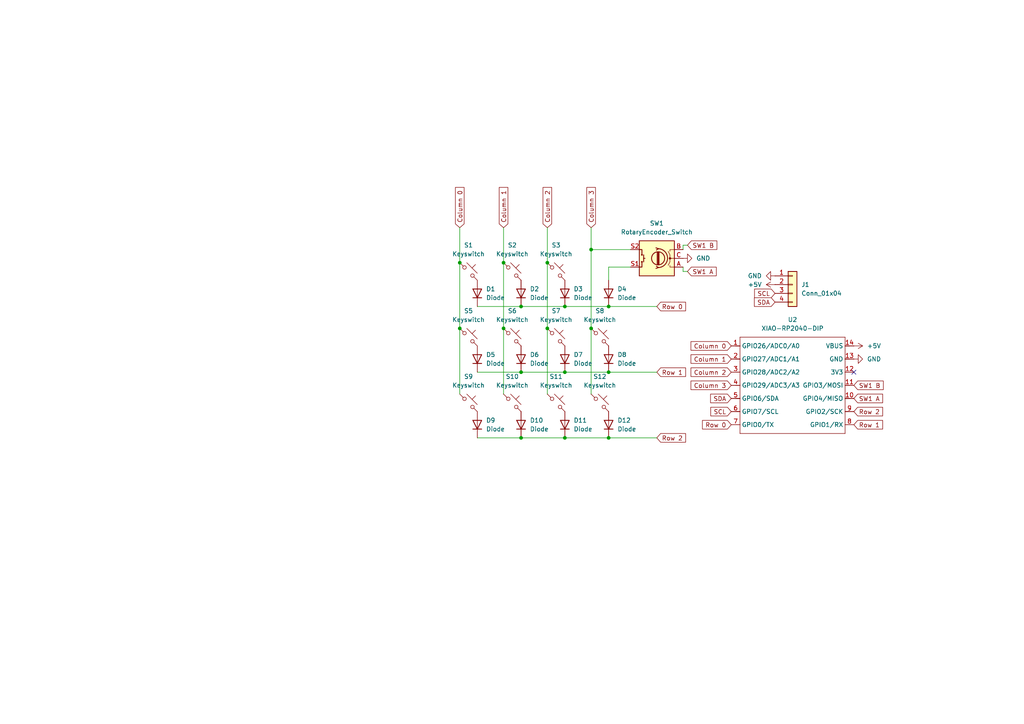
<source format=kicad_sch>
(kicad_sch
	(version 20250114)
	(generator "eeschema")
	(generator_version "9.0")
	(uuid "bce3b8de-f9ae-4ab5-8bcf-60845e49f8ea")
	(paper "A4")
	(lib_symbols
		(symbol "Connector_Generic:Conn_01x04"
			(pin_names
				(offset 1.016)
				(hide yes)
			)
			(exclude_from_sim no)
			(in_bom yes)
			(on_board yes)
			(property "Reference" "J"
				(at 0 5.08 0)
				(effects
					(font
						(size 1.27 1.27)
					)
				)
			)
			(property "Value" "Conn_01x04"
				(at 0 -7.62 0)
				(effects
					(font
						(size 1.27 1.27)
					)
				)
			)
			(property "Footprint" ""
				(at 0 0 0)
				(effects
					(font
						(size 1.27 1.27)
					)
					(hide yes)
				)
			)
			(property "Datasheet" "~"
				(at 0 0 0)
				(effects
					(font
						(size 1.27 1.27)
					)
					(hide yes)
				)
			)
			(property "Description" "Generic connector, single row, 01x04, script generated (kicad-library-utils/schlib/autogen/connector/)"
				(at 0 0 0)
				(effects
					(font
						(size 1.27 1.27)
					)
					(hide yes)
				)
			)
			(property "ki_keywords" "connector"
				(at 0 0 0)
				(effects
					(font
						(size 1.27 1.27)
					)
					(hide yes)
				)
			)
			(property "ki_fp_filters" "Connector*:*_1x??_*"
				(at 0 0 0)
				(effects
					(font
						(size 1.27 1.27)
					)
					(hide yes)
				)
			)
			(symbol "Conn_01x04_1_1"
				(rectangle
					(start -1.27 3.81)
					(end 1.27 -6.35)
					(stroke
						(width 0.254)
						(type default)
					)
					(fill
						(type background)
					)
				)
				(rectangle
					(start -1.27 2.667)
					(end 0 2.413)
					(stroke
						(width 0.1524)
						(type default)
					)
					(fill
						(type none)
					)
				)
				(rectangle
					(start -1.27 0.127)
					(end 0 -0.127)
					(stroke
						(width 0.1524)
						(type default)
					)
					(fill
						(type none)
					)
				)
				(rectangle
					(start -1.27 -2.413)
					(end 0 -2.667)
					(stroke
						(width 0.1524)
						(type default)
					)
					(fill
						(type none)
					)
				)
				(rectangle
					(start -1.27 -4.953)
					(end 0 -5.207)
					(stroke
						(width 0.1524)
						(type default)
					)
					(fill
						(type none)
					)
				)
				(pin passive line
					(at -5.08 2.54 0)
					(length 3.81)
					(name "Pin_1"
						(effects
							(font
								(size 1.27 1.27)
							)
						)
					)
					(number "1"
						(effects
							(font
								(size 1.27 1.27)
							)
						)
					)
				)
				(pin passive line
					(at -5.08 0 0)
					(length 3.81)
					(name "Pin_2"
						(effects
							(font
								(size 1.27 1.27)
							)
						)
					)
					(number "2"
						(effects
							(font
								(size 1.27 1.27)
							)
						)
					)
				)
				(pin passive line
					(at -5.08 -2.54 0)
					(length 3.81)
					(name "Pin_3"
						(effects
							(font
								(size 1.27 1.27)
							)
						)
					)
					(number "3"
						(effects
							(font
								(size 1.27 1.27)
							)
						)
					)
				)
				(pin passive line
					(at -5.08 -5.08 0)
					(length 3.81)
					(name "Pin_4"
						(effects
							(font
								(size 1.27 1.27)
							)
						)
					)
					(number "4"
						(effects
							(font
								(size 1.27 1.27)
							)
						)
					)
				)
			)
			(embedded_fonts no)
		)
		(symbol "Device:RotaryEncoder_Switch"
			(pin_names
				(offset 0.254)
				(hide yes)
			)
			(exclude_from_sim no)
			(in_bom yes)
			(on_board yes)
			(property "Reference" "SW"
				(at 0 6.604 0)
				(effects
					(font
						(size 1.27 1.27)
					)
				)
			)
			(property "Value" "RotaryEncoder_Switch"
				(at 0 -6.604 0)
				(effects
					(font
						(size 1.27 1.27)
					)
				)
			)
			(property "Footprint" ""
				(at -3.81 4.064 0)
				(effects
					(font
						(size 1.27 1.27)
					)
					(hide yes)
				)
			)
			(property "Datasheet" "~"
				(at 0 6.604 0)
				(effects
					(font
						(size 1.27 1.27)
					)
					(hide yes)
				)
			)
			(property "Description" "Rotary encoder, dual channel, incremental quadrate outputs, with switch"
				(at 0 0 0)
				(effects
					(font
						(size 1.27 1.27)
					)
					(hide yes)
				)
			)
			(property "ki_keywords" "rotary switch encoder switch push button"
				(at 0 0 0)
				(effects
					(font
						(size 1.27 1.27)
					)
					(hide yes)
				)
			)
			(property "ki_fp_filters" "RotaryEncoder*Switch*"
				(at 0 0 0)
				(effects
					(font
						(size 1.27 1.27)
					)
					(hide yes)
				)
			)
			(symbol "RotaryEncoder_Switch_0_1"
				(rectangle
					(start -5.08 5.08)
					(end 5.08 -5.08)
					(stroke
						(width 0.254)
						(type default)
					)
					(fill
						(type background)
					)
				)
				(polyline
					(pts
						(xy -5.08 2.54) (xy -3.81 2.54) (xy -3.81 2.032)
					)
					(stroke
						(width 0)
						(type default)
					)
					(fill
						(type none)
					)
				)
				(polyline
					(pts
						(xy -5.08 0) (xy -3.81 0) (xy -3.81 -1.016) (xy -3.302 -2.032)
					)
					(stroke
						(width 0)
						(type default)
					)
					(fill
						(type none)
					)
				)
				(polyline
					(pts
						(xy -5.08 -2.54) (xy -3.81 -2.54) (xy -3.81 -2.032)
					)
					(stroke
						(width 0)
						(type default)
					)
					(fill
						(type none)
					)
				)
				(polyline
					(pts
						(xy -4.318 0) (xy -3.81 0) (xy -3.81 1.016) (xy -3.302 2.032)
					)
					(stroke
						(width 0)
						(type default)
					)
					(fill
						(type none)
					)
				)
				(circle
					(center -3.81 0)
					(radius 0.254)
					(stroke
						(width 0)
						(type default)
					)
					(fill
						(type outline)
					)
				)
				(polyline
					(pts
						(xy -0.635 -1.778) (xy -0.635 1.778)
					)
					(stroke
						(width 0.254)
						(type default)
					)
					(fill
						(type none)
					)
				)
				(circle
					(center -0.381 0)
					(radius 1.905)
					(stroke
						(width 0.254)
						(type default)
					)
					(fill
						(type none)
					)
				)
				(polyline
					(pts
						(xy -0.381 -1.778) (xy -0.381 1.778)
					)
					(stroke
						(width 0.254)
						(type default)
					)
					(fill
						(type none)
					)
				)
				(arc
					(start -0.381 -2.794)
					(mid -3.0988 -0.0635)
					(end -0.381 2.667)
					(stroke
						(width 0.254)
						(type default)
					)
					(fill
						(type none)
					)
				)
				(polyline
					(pts
						(xy -0.127 1.778) (xy -0.127 -1.778)
					)
					(stroke
						(width 0.254)
						(type default)
					)
					(fill
						(type none)
					)
				)
				(polyline
					(pts
						(xy 0.254 2.921) (xy -0.508 2.667) (xy 0.127 2.286)
					)
					(stroke
						(width 0.254)
						(type default)
					)
					(fill
						(type none)
					)
				)
				(polyline
					(pts
						(xy 0.254 -3.048) (xy -0.508 -2.794) (xy 0.127 -2.413)
					)
					(stroke
						(width 0.254)
						(type default)
					)
					(fill
						(type none)
					)
				)
				(polyline
					(pts
						(xy 3.81 1.016) (xy 3.81 -1.016)
					)
					(stroke
						(width 0.254)
						(type default)
					)
					(fill
						(type none)
					)
				)
				(polyline
					(pts
						(xy 3.81 0) (xy 3.429 0)
					)
					(stroke
						(width 0.254)
						(type default)
					)
					(fill
						(type none)
					)
				)
				(circle
					(center 4.318 1.016)
					(radius 0.127)
					(stroke
						(width 0.254)
						(type default)
					)
					(fill
						(type none)
					)
				)
				(circle
					(center 4.318 -1.016)
					(radius 0.127)
					(stroke
						(width 0.254)
						(type default)
					)
					(fill
						(type none)
					)
				)
				(polyline
					(pts
						(xy 5.08 2.54) (xy 4.318 2.54) (xy 4.318 1.016)
					)
					(stroke
						(width 0.254)
						(type default)
					)
					(fill
						(type none)
					)
				)
				(polyline
					(pts
						(xy 5.08 -2.54) (xy 4.318 -2.54) (xy 4.318 -1.016)
					)
					(stroke
						(width 0.254)
						(type default)
					)
					(fill
						(type none)
					)
				)
			)
			(symbol "RotaryEncoder_Switch_1_1"
				(pin passive line
					(at -7.62 2.54 0)
					(length 2.54)
					(name "A"
						(effects
							(font
								(size 1.27 1.27)
							)
						)
					)
					(number "A"
						(effects
							(font
								(size 1.27 1.27)
							)
						)
					)
				)
				(pin passive line
					(at -7.62 0 0)
					(length 2.54)
					(name "C"
						(effects
							(font
								(size 1.27 1.27)
							)
						)
					)
					(number "C"
						(effects
							(font
								(size 1.27 1.27)
							)
						)
					)
				)
				(pin passive line
					(at -7.62 -2.54 0)
					(length 2.54)
					(name "B"
						(effects
							(font
								(size 1.27 1.27)
							)
						)
					)
					(number "B"
						(effects
							(font
								(size 1.27 1.27)
							)
						)
					)
				)
				(pin passive line
					(at 7.62 2.54 180)
					(length 2.54)
					(name "S1"
						(effects
							(font
								(size 1.27 1.27)
							)
						)
					)
					(number "S1"
						(effects
							(font
								(size 1.27 1.27)
							)
						)
					)
				)
				(pin passive line
					(at 7.62 -2.54 180)
					(length 2.54)
					(name "S2"
						(effects
							(font
								(size 1.27 1.27)
							)
						)
					)
					(number "S2"
						(effects
							(font
								(size 1.27 1.27)
							)
						)
					)
				)
			)
			(embedded_fonts no)
		)
		(symbol "OPL:XIAO-RP2040-DIP"
			(exclude_from_sim no)
			(in_bom yes)
			(on_board yes)
			(property "Reference" "U"
				(at 0 0 0)
				(effects
					(font
						(size 1.27 1.27)
					)
				)
			)
			(property "Value" "XIAO-RP2040-DIP"
				(at 5.334 -1.778 0)
				(effects
					(font
						(size 1.27 1.27)
					)
				)
			)
			(property "Footprint" "Module:MOUDLE14P-XIAO-DIP-SMD"
				(at 14.478 -32.258 0)
				(effects
					(font
						(size 1.27 1.27)
					)
					(hide yes)
				)
			)
			(property "Datasheet" ""
				(at 0 0 0)
				(effects
					(font
						(size 1.27 1.27)
					)
					(hide yes)
				)
			)
			(property "Description" ""
				(at 0 0 0)
				(effects
					(font
						(size 1.27 1.27)
					)
					(hide yes)
				)
			)
			(symbol "XIAO-RP2040-DIP_1_0"
				(polyline
					(pts
						(xy -1.27 -2.54) (xy 29.21 -2.54)
					)
					(stroke
						(width 0.1524)
						(type solid)
					)
					(fill
						(type none)
					)
				)
				(polyline
					(pts
						(xy -1.27 -5.08) (xy -2.54 -5.08)
					)
					(stroke
						(width 0.1524)
						(type solid)
					)
					(fill
						(type none)
					)
				)
				(polyline
					(pts
						(xy -1.27 -5.08) (xy -1.27 -2.54)
					)
					(stroke
						(width 0.1524)
						(type solid)
					)
					(fill
						(type none)
					)
				)
				(polyline
					(pts
						(xy -1.27 -8.89) (xy -2.54 -8.89)
					)
					(stroke
						(width 0.1524)
						(type solid)
					)
					(fill
						(type none)
					)
				)
				(polyline
					(pts
						(xy -1.27 -8.89) (xy -1.27 -5.08)
					)
					(stroke
						(width 0.1524)
						(type solid)
					)
					(fill
						(type none)
					)
				)
				(polyline
					(pts
						(xy -1.27 -12.7) (xy -2.54 -12.7)
					)
					(stroke
						(width 0.1524)
						(type solid)
					)
					(fill
						(type none)
					)
				)
				(polyline
					(pts
						(xy -1.27 -12.7) (xy -1.27 -8.89)
					)
					(stroke
						(width 0.1524)
						(type solid)
					)
					(fill
						(type none)
					)
				)
				(polyline
					(pts
						(xy -1.27 -16.51) (xy -2.54 -16.51)
					)
					(stroke
						(width 0.1524)
						(type solid)
					)
					(fill
						(type none)
					)
				)
				(polyline
					(pts
						(xy -1.27 -16.51) (xy -1.27 -12.7)
					)
					(stroke
						(width 0.1524)
						(type solid)
					)
					(fill
						(type none)
					)
				)
				(polyline
					(pts
						(xy -1.27 -20.32) (xy -2.54 -20.32)
					)
					(stroke
						(width 0.1524)
						(type solid)
					)
					(fill
						(type none)
					)
				)
				(polyline
					(pts
						(xy -1.27 -24.13) (xy -2.54 -24.13)
					)
					(stroke
						(width 0.1524)
						(type solid)
					)
					(fill
						(type none)
					)
				)
				(polyline
					(pts
						(xy -1.27 -27.94) (xy -2.54 -27.94)
					)
					(stroke
						(width 0.1524)
						(type solid)
					)
					(fill
						(type none)
					)
				)
				(polyline
					(pts
						(xy -1.27 -30.48) (xy -1.27 -16.51)
					)
					(stroke
						(width 0.1524)
						(type solid)
					)
					(fill
						(type none)
					)
				)
				(polyline
					(pts
						(xy 29.21 -2.54) (xy 29.21 -5.08)
					)
					(stroke
						(width 0.1524)
						(type solid)
					)
					(fill
						(type none)
					)
				)
				(polyline
					(pts
						(xy 29.21 -5.08) (xy 29.21 -8.89)
					)
					(stroke
						(width 0.1524)
						(type solid)
					)
					(fill
						(type none)
					)
				)
				(polyline
					(pts
						(xy 29.21 -8.89) (xy 29.21 -12.7)
					)
					(stroke
						(width 0.1524)
						(type solid)
					)
					(fill
						(type none)
					)
				)
				(polyline
					(pts
						(xy 29.21 -12.7) (xy 29.21 -30.48)
					)
					(stroke
						(width 0.1524)
						(type solid)
					)
					(fill
						(type none)
					)
				)
				(polyline
					(pts
						(xy 29.21 -30.48) (xy -1.27 -30.48)
					)
					(stroke
						(width 0.1524)
						(type solid)
					)
					(fill
						(type none)
					)
				)
				(polyline
					(pts
						(xy 30.48 -5.08) (xy 29.21 -5.08)
					)
					(stroke
						(width 0.1524)
						(type solid)
					)
					(fill
						(type none)
					)
				)
				(polyline
					(pts
						(xy 30.48 -8.89) (xy 29.21 -8.89)
					)
					(stroke
						(width 0.1524)
						(type solid)
					)
					(fill
						(type none)
					)
				)
				(polyline
					(pts
						(xy 30.48 -12.7) (xy 29.21 -12.7)
					)
					(stroke
						(width 0.1524)
						(type solid)
					)
					(fill
						(type none)
					)
				)
				(polyline
					(pts
						(xy 30.48 -16.51) (xy 29.21 -16.51)
					)
					(stroke
						(width 0.1524)
						(type solid)
					)
					(fill
						(type none)
					)
				)
				(polyline
					(pts
						(xy 30.48 -20.32) (xy 29.21 -20.32)
					)
					(stroke
						(width 0.1524)
						(type solid)
					)
					(fill
						(type none)
					)
				)
				(polyline
					(pts
						(xy 30.48 -24.13) (xy 29.21 -24.13)
					)
					(stroke
						(width 0.1524)
						(type solid)
					)
					(fill
						(type none)
					)
				)
				(polyline
					(pts
						(xy 30.48 -27.94) (xy 29.21 -27.94)
					)
					(stroke
						(width 0.1524)
						(type solid)
					)
					(fill
						(type none)
					)
				)
				(pin passive line
					(at -3.81 -5.08 0)
					(length 2.54)
					(name "GPIO26/ADC0/A0"
						(effects
							(font
								(size 1.27 1.27)
							)
						)
					)
					(number "1"
						(effects
							(font
								(size 1.27 1.27)
							)
						)
					)
				)
				(pin passive line
					(at -3.81 -8.89 0)
					(length 2.54)
					(name "GPIO27/ADC1/A1"
						(effects
							(font
								(size 1.27 1.27)
							)
						)
					)
					(number "2"
						(effects
							(font
								(size 1.27 1.27)
							)
						)
					)
				)
				(pin passive line
					(at -3.81 -12.7 0)
					(length 2.54)
					(name "GPIO28/ADC2/A2"
						(effects
							(font
								(size 1.27 1.27)
							)
						)
					)
					(number "3"
						(effects
							(font
								(size 1.27 1.27)
							)
						)
					)
				)
				(pin passive line
					(at -3.81 -16.51 0)
					(length 2.54)
					(name "GPIO29/ADC3/A3"
						(effects
							(font
								(size 1.27 1.27)
							)
						)
					)
					(number "4"
						(effects
							(font
								(size 1.27 1.27)
							)
						)
					)
				)
				(pin passive line
					(at -3.81 -20.32 0)
					(length 2.54)
					(name "GPIO6/SDA"
						(effects
							(font
								(size 1.27 1.27)
							)
						)
					)
					(number "5"
						(effects
							(font
								(size 1.27 1.27)
							)
						)
					)
				)
				(pin passive line
					(at -3.81 -24.13 0)
					(length 2.54)
					(name "GPIO7/SCL"
						(effects
							(font
								(size 1.27 1.27)
							)
						)
					)
					(number "6"
						(effects
							(font
								(size 1.27 1.27)
							)
						)
					)
				)
				(pin passive line
					(at -3.81 -27.94 0)
					(length 2.54)
					(name "GPIO0/TX"
						(effects
							(font
								(size 1.27 1.27)
							)
						)
					)
					(number "7"
						(effects
							(font
								(size 1.27 1.27)
							)
						)
					)
				)
				(pin passive line
					(at 31.75 -5.08 180)
					(length 2.54)
					(name "VBUS"
						(effects
							(font
								(size 1.27 1.27)
							)
						)
					)
					(number "14"
						(effects
							(font
								(size 1.27 1.27)
							)
						)
					)
				)
				(pin passive line
					(at 31.75 -8.89 180)
					(length 2.54)
					(name "GND"
						(effects
							(font
								(size 1.27 1.27)
							)
						)
					)
					(number "13"
						(effects
							(font
								(size 1.27 1.27)
							)
						)
					)
				)
				(pin passive line
					(at 31.75 -12.7 180)
					(length 2.54)
					(name "3V3"
						(effects
							(font
								(size 1.27 1.27)
							)
						)
					)
					(number "12"
						(effects
							(font
								(size 1.27 1.27)
							)
						)
					)
				)
				(pin passive line
					(at 31.75 -16.51 180)
					(length 2.54)
					(name "GPIO3/MOSI"
						(effects
							(font
								(size 1.27 1.27)
							)
						)
					)
					(number "11"
						(effects
							(font
								(size 1.27 1.27)
							)
						)
					)
				)
				(pin passive line
					(at 31.75 -20.32 180)
					(length 2.54)
					(name "GPIO4/MISO"
						(effects
							(font
								(size 1.27 1.27)
							)
						)
					)
					(number "10"
						(effects
							(font
								(size 1.27 1.27)
							)
						)
					)
				)
				(pin passive line
					(at 31.75 -24.13 180)
					(length 2.54)
					(name "GPIO2/SCK"
						(effects
							(font
								(size 1.27 1.27)
							)
						)
					)
					(number "9"
						(effects
							(font
								(size 1.27 1.27)
							)
						)
					)
				)
				(pin passive line
					(at 31.75 -27.94 180)
					(length 2.54)
					(name "GPIO1/RX"
						(effects
							(font
								(size 1.27 1.27)
							)
						)
					)
					(number "8"
						(effects
							(font
								(size 1.27 1.27)
							)
						)
					)
				)
			)
			(embedded_fonts no)
		)
		(symbol "ScottoKeebs:Placeholder_Diode"
			(pin_numbers
				(hide yes)
			)
			(pin_names
				(hide yes)
			)
			(exclude_from_sim no)
			(in_bom yes)
			(on_board yes)
			(property "Reference" "D"
				(at 0 2.54 0)
				(effects
					(font
						(size 1.27 1.27)
					)
				)
			)
			(property "Value" "Diode"
				(at 0 -2.54 0)
				(effects
					(font
						(size 1.27 1.27)
					)
				)
			)
			(property "Footprint" ""
				(at 0 0 0)
				(effects
					(font
						(size 1.27 1.27)
					)
					(hide yes)
				)
			)
			(property "Datasheet" ""
				(at 0 0 0)
				(effects
					(font
						(size 1.27 1.27)
					)
					(hide yes)
				)
			)
			(property "Description" "1N4148 (DO-35) or 1N4148W (SOD-123)"
				(at 0 0 0)
				(effects
					(font
						(size 1.27 1.27)
					)
					(hide yes)
				)
			)
			(property "Sim.Device" "D"
				(at 0 0 0)
				(effects
					(font
						(size 1.27 1.27)
					)
					(hide yes)
				)
			)
			(property "Sim.Pins" "1=K 2=A"
				(at 0 0 0)
				(effects
					(font
						(size 1.27 1.27)
					)
					(hide yes)
				)
			)
			(property "ki_keywords" "diode"
				(at 0 0 0)
				(effects
					(font
						(size 1.27 1.27)
					)
					(hide yes)
				)
			)
			(property "ki_fp_filters" "D*DO?35*"
				(at 0 0 0)
				(effects
					(font
						(size 1.27 1.27)
					)
					(hide yes)
				)
			)
			(symbol "Placeholder_Diode_0_1"
				(polyline
					(pts
						(xy -1.27 1.27) (xy -1.27 -1.27)
					)
					(stroke
						(width 0.254)
						(type default)
					)
					(fill
						(type none)
					)
				)
				(polyline
					(pts
						(xy 1.27 1.27) (xy 1.27 -1.27) (xy -1.27 0) (xy 1.27 1.27)
					)
					(stroke
						(width 0.254)
						(type default)
					)
					(fill
						(type none)
					)
				)
				(polyline
					(pts
						(xy 1.27 0) (xy -1.27 0)
					)
					(stroke
						(width 0)
						(type default)
					)
					(fill
						(type none)
					)
				)
			)
			(symbol "Placeholder_Diode_1_1"
				(pin passive line
					(at -3.81 0 0)
					(length 2.54)
					(name "K"
						(effects
							(font
								(size 1.27 1.27)
							)
						)
					)
					(number "1"
						(effects
							(font
								(size 1.27 1.27)
							)
						)
					)
				)
				(pin passive line
					(at 3.81 0 180)
					(length 2.54)
					(name "A"
						(effects
							(font
								(size 1.27 1.27)
							)
						)
					)
					(number "2"
						(effects
							(font
								(size 1.27 1.27)
							)
						)
					)
				)
			)
			(embedded_fonts no)
		)
		(symbol "ScottoKeebs:Placeholder_Keyswitch"
			(pin_numbers
				(hide yes)
			)
			(pin_names
				(offset 1.016)
				(hide yes)
			)
			(exclude_from_sim no)
			(in_bom yes)
			(on_board yes)
			(property "Reference" "S"
				(at 3.048 1.016 0)
				(effects
					(font
						(size 1.27 1.27)
					)
					(justify left)
				)
			)
			(property "Value" "Keyswitch"
				(at 0 -3.81 0)
				(effects
					(font
						(size 1.27 1.27)
					)
				)
			)
			(property "Footprint" ""
				(at 0 0 0)
				(effects
					(font
						(size 1.27 1.27)
					)
					(hide yes)
				)
			)
			(property "Datasheet" "~"
				(at 0 0 0)
				(effects
					(font
						(size 1.27 1.27)
					)
					(hide yes)
				)
			)
			(property "Description" "Push button switch, normally open, two pins, 45° tilted"
				(at 0 0 0)
				(effects
					(font
						(size 1.27 1.27)
					)
					(hide yes)
				)
			)
			(property "ki_keywords" "switch normally-open pushbutton push-button"
				(at 0 0 0)
				(effects
					(font
						(size 1.27 1.27)
					)
					(hide yes)
				)
			)
			(symbol "Placeholder_Keyswitch_0_1"
				(polyline
					(pts
						(xy -2.54 2.54) (xy -1.524 1.524) (xy -1.524 1.524)
					)
					(stroke
						(width 0)
						(type default)
					)
					(fill
						(type none)
					)
				)
				(circle
					(center -1.1684 1.1684)
					(radius 0.508)
					(stroke
						(width 0)
						(type default)
					)
					(fill
						(type none)
					)
				)
				(polyline
					(pts
						(xy -0.508 2.54) (xy 2.54 -0.508)
					)
					(stroke
						(width 0)
						(type default)
					)
					(fill
						(type none)
					)
				)
				(polyline
					(pts
						(xy 1.016 1.016) (xy 2.032 2.032)
					)
					(stroke
						(width 0)
						(type default)
					)
					(fill
						(type none)
					)
				)
				(circle
					(center 1.143 -1.1938)
					(radius 0.508)
					(stroke
						(width 0)
						(type default)
					)
					(fill
						(type none)
					)
				)
				(polyline
					(pts
						(xy 1.524 -1.524) (xy 2.54 -2.54) (xy 2.54 -2.54) (xy 2.54 -2.54)
					)
					(stroke
						(width 0)
						(type default)
					)
					(fill
						(type none)
					)
				)
				(pin passive line
					(at -2.54 2.54 0)
					(length 0)
					(name "1"
						(effects
							(font
								(size 1.27 1.27)
							)
						)
					)
					(number "1"
						(effects
							(font
								(size 1.27 1.27)
							)
						)
					)
				)
				(pin passive line
					(at 2.54 -2.54 180)
					(length 0)
					(name "2"
						(effects
							(font
								(size 1.27 1.27)
							)
						)
					)
					(number "2"
						(effects
							(font
								(size 1.27 1.27)
							)
						)
					)
				)
			)
			(embedded_fonts no)
		)
		(symbol "power:+5V"
			(power)
			(pin_numbers
				(hide yes)
			)
			(pin_names
				(offset 0)
				(hide yes)
			)
			(exclude_from_sim no)
			(in_bom yes)
			(on_board yes)
			(property "Reference" "#PWR"
				(at 0 -3.81 0)
				(effects
					(font
						(size 1.27 1.27)
					)
					(hide yes)
				)
			)
			(property "Value" "+5V"
				(at 0 3.556 0)
				(effects
					(font
						(size 1.27 1.27)
					)
				)
			)
			(property "Footprint" ""
				(at 0 0 0)
				(effects
					(font
						(size 1.27 1.27)
					)
					(hide yes)
				)
			)
			(property "Datasheet" ""
				(at 0 0 0)
				(effects
					(font
						(size 1.27 1.27)
					)
					(hide yes)
				)
			)
			(property "Description" "Power symbol creates a global label with name \"+5V\""
				(at 0 0 0)
				(effects
					(font
						(size 1.27 1.27)
					)
					(hide yes)
				)
			)
			(property "ki_keywords" "global power"
				(at 0 0 0)
				(effects
					(font
						(size 1.27 1.27)
					)
					(hide yes)
				)
			)
			(symbol "+5V_0_1"
				(polyline
					(pts
						(xy -0.762 1.27) (xy 0 2.54)
					)
					(stroke
						(width 0)
						(type default)
					)
					(fill
						(type none)
					)
				)
				(polyline
					(pts
						(xy 0 2.54) (xy 0.762 1.27)
					)
					(stroke
						(width 0)
						(type default)
					)
					(fill
						(type none)
					)
				)
				(polyline
					(pts
						(xy 0 0) (xy 0 2.54)
					)
					(stroke
						(width 0)
						(type default)
					)
					(fill
						(type none)
					)
				)
			)
			(symbol "+5V_1_1"
				(pin power_in line
					(at 0 0 90)
					(length 0)
					(name "~"
						(effects
							(font
								(size 1.27 1.27)
							)
						)
					)
					(number "1"
						(effects
							(font
								(size 1.27 1.27)
							)
						)
					)
				)
			)
			(embedded_fonts no)
		)
		(symbol "power:GND"
			(power)
			(pin_numbers
				(hide yes)
			)
			(pin_names
				(offset 0)
				(hide yes)
			)
			(exclude_from_sim no)
			(in_bom yes)
			(on_board yes)
			(property "Reference" "#PWR"
				(at 0 -6.35 0)
				(effects
					(font
						(size 1.27 1.27)
					)
					(hide yes)
				)
			)
			(property "Value" "GND"
				(at 0 -3.81 0)
				(effects
					(font
						(size 1.27 1.27)
					)
				)
			)
			(property "Footprint" ""
				(at 0 0 0)
				(effects
					(font
						(size 1.27 1.27)
					)
					(hide yes)
				)
			)
			(property "Datasheet" ""
				(at 0 0 0)
				(effects
					(font
						(size 1.27 1.27)
					)
					(hide yes)
				)
			)
			(property "Description" "Power symbol creates a global label with name \"GND\" , ground"
				(at 0 0 0)
				(effects
					(font
						(size 1.27 1.27)
					)
					(hide yes)
				)
			)
			(property "ki_keywords" "global power"
				(at 0 0 0)
				(effects
					(font
						(size 1.27 1.27)
					)
					(hide yes)
				)
			)
			(symbol "GND_0_1"
				(polyline
					(pts
						(xy 0 0) (xy 0 -1.27) (xy 1.27 -1.27) (xy 0 -2.54) (xy -1.27 -1.27) (xy 0 -1.27)
					)
					(stroke
						(width 0)
						(type default)
					)
					(fill
						(type none)
					)
				)
			)
			(symbol "GND_1_1"
				(pin power_in line
					(at 0 0 270)
					(length 0)
					(name "~"
						(effects
							(font
								(size 1.27 1.27)
							)
						)
					)
					(number "1"
						(effects
							(font
								(size 1.27 1.27)
							)
						)
					)
				)
			)
			(embedded_fonts no)
		)
	)
	(junction
		(at 146.05 76.2)
		(diameter 0)
		(color 0 0 0 0)
		(uuid "0c93a6d9-2ee3-47cc-8aab-a0b965efb9b6")
	)
	(junction
		(at 146.05 95.25)
		(diameter 0)
		(color 0 0 0 0)
		(uuid "101e0e50-f459-4847-98df-4f892b681f61")
	)
	(junction
		(at 176.53 107.95)
		(diameter 0)
		(color 0 0 0 0)
		(uuid "173fb6e7-8652-453c-8c02-88d788c3134d")
	)
	(junction
		(at 151.13 107.95)
		(diameter 0)
		(color 0 0 0 0)
		(uuid "1c16f291-8c19-496a-a4fc-ab325a09310a")
	)
	(junction
		(at 158.75 76.2)
		(diameter 0)
		(color 0 0 0 0)
		(uuid "203db2a9-f148-4908-8090-bff897974dad")
	)
	(junction
		(at 158.75 95.25)
		(diameter 0)
		(color 0 0 0 0)
		(uuid "32560a0d-d00e-4a07-81e8-1af49bab5f03")
	)
	(junction
		(at 133.35 76.2)
		(diameter 0)
		(color 0 0 0 0)
		(uuid "40e40a13-c29e-4327-8c59-004e875812a4")
	)
	(junction
		(at 151.13 88.9)
		(diameter 0)
		(color 0 0 0 0)
		(uuid "4c4e7bd0-2067-442d-b386-d09552f8336b")
	)
	(junction
		(at 133.35 95.25)
		(diameter 0)
		(color 0 0 0 0)
		(uuid "4eae6803-b557-4d64-9837-7902d748f766")
	)
	(junction
		(at 151.13 127)
		(diameter 0)
		(color 0 0 0 0)
		(uuid "6a457fa7-56b0-4eeb-8a27-8c60b4bc921a")
	)
	(junction
		(at 163.83 107.95)
		(diameter 0)
		(color 0 0 0 0)
		(uuid "75ff476f-49e3-48e8-9bf2-7cb88da33bed")
	)
	(junction
		(at 163.83 88.9)
		(diameter 0)
		(color 0 0 0 0)
		(uuid "7ca950d0-bc22-42f9-8857-a390331ec047")
	)
	(junction
		(at 163.83 127)
		(diameter 0)
		(color 0 0 0 0)
		(uuid "98d2b34c-cccf-402e-8f6a-f029530a8fe1")
	)
	(junction
		(at 176.53 127)
		(diameter 0)
		(color 0 0 0 0)
		(uuid "ac6529e3-3786-4500-ae39-efeb2375757a")
	)
	(junction
		(at 171.45 72.39)
		(diameter 0)
		(color 0 0 0 0)
		(uuid "b7bcf28b-cab0-4d66-bedb-b097de59c400")
	)
	(junction
		(at 176.53 88.9)
		(diameter 0)
		(color 0 0 0 0)
		(uuid "cd26f68a-85ed-4827-8d8e-f2cd16af66df")
	)
	(junction
		(at 171.45 95.25)
		(diameter 0)
		(color 0 0 0 0)
		(uuid "fd44f482-2a30-4044-b383-390837cb38cc")
	)
	(no_connect
		(at 247.65 107.95)
		(uuid "0f056182-6391-4d43-a982-39a33cc54364")
	)
	(wire
		(pts
			(xy 158.75 95.25) (xy 158.75 114.3)
		)
		(stroke
			(width 0)
			(type default)
		)
		(uuid "003b7b8e-bf0d-4fee-ab3d-d95bdd6c91f7")
	)
	(wire
		(pts
			(xy 171.45 72.39) (xy 182.88 72.39)
		)
		(stroke
			(width 0)
			(type default)
		)
		(uuid "0fd48b3e-3ebe-47f9-aea9-51a209bbeaae")
	)
	(wire
		(pts
			(xy 138.43 107.95) (xy 151.13 107.95)
		)
		(stroke
			(width 0)
			(type default)
		)
		(uuid "1a5c1d2b-ad11-4419-8df8-9b7b3dc259d8")
	)
	(wire
		(pts
			(xy 138.43 127) (xy 151.13 127)
		)
		(stroke
			(width 0)
			(type default)
		)
		(uuid "1d73c62f-abd5-4048-8aa0-8e2fe22f6624")
	)
	(wire
		(pts
			(xy 138.43 88.9) (xy 151.13 88.9)
		)
		(stroke
			(width 0)
			(type default)
		)
		(uuid "207165fe-ae8f-41d7-bfef-2406e5e32258")
	)
	(wire
		(pts
			(xy 190.5 107.95) (xy 176.53 107.95)
		)
		(stroke
			(width 0)
			(type default)
		)
		(uuid "398d353b-46ce-4261-9716-ba4c5eb856f0")
	)
	(wire
		(pts
			(xy 171.45 72.39) (xy 171.45 95.25)
		)
		(stroke
			(width 0)
			(type default)
		)
		(uuid "3a0cc443-f578-4e74-a943-ace0ad5136c3")
	)
	(wire
		(pts
			(xy 163.83 88.9) (xy 176.53 88.9)
		)
		(stroke
			(width 0)
			(type default)
		)
		(uuid "3eabce61-a312-4441-b467-bc7321bf5e21")
	)
	(wire
		(pts
			(xy 158.75 66.04) (xy 158.75 76.2)
		)
		(stroke
			(width 0)
			(type default)
		)
		(uuid "49f873a2-5fc2-4bac-877c-3fb2ab3d9dc1")
	)
	(wire
		(pts
			(xy 151.13 127) (xy 163.83 127)
		)
		(stroke
			(width 0)
			(type default)
		)
		(uuid "4c7a06d9-1696-439e-b929-b9eb6a3e563c")
	)
	(wire
		(pts
			(xy 182.88 77.47) (xy 176.53 77.47)
		)
		(stroke
			(width 0)
			(type default)
		)
		(uuid "4d5cb243-045f-475c-9df6-ddd35b8aef81")
	)
	(wire
		(pts
			(xy 133.35 66.04) (xy 133.35 76.2)
		)
		(stroke
			(width 0)
			(type default)
		)
		(uuid "561398cc-8a94-4d64-9a63-9f74c77fc4a7")
	)
	(wire
		(pts
			(xy 190.5 88.9) (xy 176.53 88.9)
		)
		(stroke
			(width 0)
			(type default)
		)
		(uuid "5de0d3dc-bbd1-4a1f-8b73-5bad7f72dc54")
	)
	(wire
		(pts
			(xy 171.45 66.04) (xy 171.45 72.39)
		)
		(stroke
			(width 0)
			(type default)
		)
		(uuid "5f9e8333-8921-4068-85ec-e8a5ebe99398")
	)
	(wire
		(pts
			(xy 151.13 88.9) (xy 163.83 88.9)
		)
		(stroke
			(width 0)
			(type default)
		)
		(uuid "62d495bb-395f-4bf8-9c25-810a199cfc51")
	)
	(wire
		(pts
			(xy 199.39 71.12) (xy 198.12 71.12)
		)
		(stroke
			(width 0)
			(type default)
		)
		(uuid "697c2fbd-8fac-4158-825a-b5df4c42229f")
	)
	(wire
		(pts
			(xy 163.83 127) (xy 176.53 127)
		)
		(stroke
			(width 0)
			(type default)
		)
		(uuid "6a1e2b85-384b-46f1-817c-e629b5eaf4d3")
	)
	(wire
		(pts
			(xy 146.05 95.25) (xy 146.05 114.3)
		)
		(stroke
			(width 0)
			(type default)
		)
		(uuid "70a5df08-ca23-4add-814f-2165e3378908")
	)
	(wire
		(pts
			(xy 171.45 95.25) (xy 171.45 114.3)
		)
		(stroke
			(width 0)
			(type default)
		)
		(uuid "75de5de8-a52e-43ca-83ff-5a3cecfb4eec")
	)
	(wire
		(pts
			(xy 176.53 77.47) (xy 176.53 81.28)
		)
		(stroke
			(width 0)
			(type default)
		)
		(uuid "76b284c2-aae0-4489-96c1-09bb468ae05a")
	)
	(wire
		(pts
			(xy 198.12 78.74) (xy 198.12 77.47)
		)
		(stroke
			(width 0)
			(type default)
		)
		(uuid "81c72681-0b01-458d-b590-035d4207e440")
	)
	(wire
		(pts
			(xy 190.5 127) (xy 176.53 127)
		)
		(stroke
			(width 0)
			(type default)
		)
		(uuid "82f7cf5a-87f1-459b-bdc9-1324a5181650")
	)
	(wire
		(pts
			(xy 151.13 107.95) (xy 163.83 107.95)
		)
		(stroke
			(width 0)
			(type default)
		)
		(uuid "84d82356-e9e8-48b3-8f77-f7bed1c5d529")
	)
	(wire
		(pts
			(xy 158.75 76.2) (xy 158.75 95.25)
		)
		(stroke
			(width 0)
			(type default)
		)
		(uuid "ab9c7a16-8ca3-4d65-bc74-00e0975e3918")
	)
	(wire
		(pts
			(xy 198.12 78.74) (xy 199.39 78.74)
		)
		(stroke
			(width 0)
			(type default)
		)
		(uuid "b50f1ba2-c5cf-4f68-8e89-e83eced94d5d")
	)
	(wire
		(pts
			(xy 146.05 66.04) (xy 146.05 76.2)
		)
		(stroke
			(width 0)
			(type default)
		)
		(uuid "c6af34bd-ca85-4024-b4f3-02b8bd117a03")
	)
	(wire
		(pts
			(xy 198.12 71.12) (xy 198.12 72.39)
		)
		(stroke
			(width 0)
			(type default)
		)
		(uuid "ca02d82a-cf79-47ce-a9f4-993d83cdd062")
	)
	(wire
		(pts
			(xy 146.05 76.2) (xy 146.05 95.25)
		)
		(stroke
			(width 0)
			(type default)
		)
		(uuid "d275067f-68a2-46f0-ba93-e2a143edf67c")
	)
	(wire
		(pts
			(xy 133.35 76.2) (xy 133.35 95.25)
		)
		(stroke
			(width 0)
			(type default)
		)
		(uuid "d6480f7b-617f-414b-9117-728589a1f347")
	)
	(wire
		(pts
			(xy 133.35 95.25) (xy 133.35 114.3)
		)
		(stroke
			(width 0)
			(type default)
		)
		(uuid "e22c229a-3d3c-46a8-bb99-98adb4c43337")
	)
	(wire
		(pts
			(xy 163.83 107.95) (xy 176.53 107.95)
		)
		(stroke
			(width 0)
			(type default)
		)
		(uuid "e792eb84-5efa-4f55-9739-01e856f646bb")
	)
	(global_label "Row 0"
		(shape input)
		(at 212.09 123.19 180)
		(fields_autoplaced yes)
		(effects
			(font
				(size 1.27 1.27)
			)
			(justify right)
		)
		(uuid "0e185f33-c809-4f26-a0ed-423d7c2a41cb")
		(property "Intersheetrefs" "${INTERSHEET_REFS}"
			(at 203.1782 123.19 0)
			(effects
				(font
					(size 1.27 1.27)
				)
				(justify right)
				(hide yes)
			)
		)
	)
	(global_label "Column 3"
		(shape input)
		(at 212.09 111.76 180)
		(fields_autoplaced yes)
		(effects
			(font
				(size 1.27 1.27)
			)
			(justify right)
		)
		(uuid "19c6c83d-2cc6-4640-b310-90065c3e409f")
		(property "Intersheetrefs" "${INTERSHEET_REFS}"
			(at 199.8522 111.76 0)
			(effects
				(font
					(size 1.27 1.27)
				)
				(justify right)
				(hide yes)
			)
		)
	)
	(global_label "Row 2"
		(shape input)
		(at 190.5 127 0)
		(fields_autoplaced yes)
		(effects
			(font
				(size 1.27 1.27)
			)
			(justify left)
		)
		(uuid "1b6721fe-509a-4487-878c-c702cf9e8185")
		(property "Intersheetrefs" "${INTERSHEET_REFS}"
			(at 199.4118 127 0)
			(effects
				(font
					(size 1.27 1.27)
				)
				(justify left)
				(hide yes)
			)
		)
	)
	(global_label "SW1 B"
		(shape input)
		(at 199.39 71.12 0)
		(fields_autoplaced yes)
		(effects
			(font
				(size 1.27 1.27)
			)
			(justify left)
		)
		(uuid "2cc3af97-b013-4e22-93f6-ba13a60a143e")
		(property "Intersheetrefs" "${INTERSHEET_REFS}"
			(at 208.4832 71.12 0)
			(effects
				(font
					(size 1.27 1.27)
				)
				(justify left)
				(hide yes)
			)
		)
	)
	(global_label "Column 0"
		(shape input)
		(at 212.09 100.33 180)
		(fields_autoplaced yes)
		(effects
			(font
				(size 1.27 1.27)
			)
			(justify right)
		)
		(uuid "46f6a76f-4d5b-4434-90e1-417cc548af17")
		(property "Intersheetrefs" "${INTERSHEET_REFS}"
			(at 199.8522 100.33 0)
			(effects
				(font
					(size 1.27 1.27)
				)
				(justify right)
				(hide yes)
			)
		)
	)
	(global_label "SW1 A"
		(shape input)
		(at 247.65 115.57 0)
		(fields_autoplaced yes)
		(effects
			(font
				(size 1.27 1.27)
			)
			(justify left)
		)
		(uuid "5320162a-c051-4a59-b155-2a04ad2ac095")
		(property "Intersheetrefs" "${INTERSHEET_REFS}"
			(at 256.5618 115.57 0)
			(effects
				(font
					(size 1.27 1.27)
				)
				(justify left)
				(hide yes)
			)
		)
	)
	(global_label "SDA"
		(shape input)
		(at 224.79 87.63 180)
		(fields_autoplaced yes)
		(effects
			(font
				(size 1.27 1.27)
			)
			(justify right)
		)
		(uuid "5381433b-95c6-47b2-a60d-3f76b4e5273d")
		(property "Intersheetrefs" "${INTERSHEET_REFS}"
			(at 218.2367 87.63 0)
			(effects
				(font
					(size 1.27 1.27)
				)
				(justify right)
				(hide yes)
			)
		)
	)
	(global_label "Column 3"
		(shape input)
		(at 171.45 66.04 90)
		(fields_autoplaced yes)
		(effects
			(font
				(size 1.27 1.27)
			)
			(justify left)
		)
		(uuid "6325214f-ddaf-487e-89ac-8f6ddae8ac0b")
		(property "Intersheetrefs" "${INTERSHEET_REFS}"
			(at 171.45 53.8022 90)
			(effects
				(font
					(size 1.27 1.27)
				)
				(justify left)
				(hide yes)
			)
		)
	)
	(global_label "SDA"
		(shape input)
		(at 212.09 115.57 180)
		(fields_autoplaced yes)
		(effects
			(font
				(size 1.27 1.27)
			)
			(justify right)
		)
		(uuid "67837501-5134-49f6-a548-d5ee17879f0d")
		(property "Intersheetrefs" "${INTERSHEET_REFS}"
			(at 205.5367 115.57 0)
			(effects
				(font
					(size 1.27 1.27)
				)
				(justify right)
				(hide yes)
			)
		)
	)
	(global_label "Column 2"
		(shape input)
		(at 158.75 66.04 90)
		(fields_autoplaced yes)
		(effects
			(font
				(size 1.27 1.27)
			)
			(justify left)
		)
		(uuid "6dbb611f-9531-4c09-b1a0-dfe362862528")
		(property "Intersheetrefs" "${INTERSHEET_REFS}"
			(at 158.75 53.8022 90)
			(effects
				(font
					(size 1.27 1.27)
				)
				(justify left)
				(hide yes)
			)
		)
	)
	(global_label "SCL"
		(shape input)
		(at 212.09 119.38 180)
		(fields_autoplaced yes)
		(effects
			(font
				(size 1.27 1.27)
			)
			(justify right)
		)
		(uuid "7916c90d-4c53-44e6-9fcb-4e17f45416e6")
		(property "Intersheetrefs" "${INTERSHEET_REFS}"
			(at 205.5972 119.38 0)
			(effects
				(font
					(size 1.27 1.27)
				)
				(justify right)
				(hide yes)
			)
		)
	)
	(global_label "SCL"
		(shape input)
		(at 224.79 85.09 180)
		(fields_autoplaced yes)
		(effects
			(font
				(size 1.27 1.27)
			)
			(justify right)
		)
		(uuid "7f9cea7e-2523-45c3-a4e3-7c87e71d4061")
		(property "Intersheetrefs" "${INTERSHEET_REFS}"
			(at 218.2972 85.09 0)
			(effects
				(font
					(size 1.27 1.27)
				)
				(justify right)
				(hide yes)
			)
		)
	)
	(global_label "SW1 A"
		(shape input)
		(at 199.39 78.74 0)
		(fields_autoplaced yes)
		(effects
			(font
				(size 1.27 1.27)
			)
			(justify left)
		)
		(uuid "9cd5eb98-8437-4842-aee7-d420e83e29b9")
		(property "Intersheetrefs" "${INTERSHEET_REFS}"
			(at 208.3018 78.74 0)
			(effects
				(font
					(size 1.27 1.27)
				)
				(justify left)
				(hide yes)
			)
		)
	)
	(global_label "Column 1"
		(shape input)
		(at 212.09 104.14 180)
		(fields_autoplaced yes)
		(effects
			(font
				(size 1.27 1.27)
			)
			(justify right)
		)
		(uuid "a0634bfc-a66e-4787-b22f-5122a69017eb")
		(property "Intersheetrefs" "${INTERSHEET_REFS}"
			(at 199.8522 104.14 0)
			(effects
				(font
					(size 1.27 1.27)
				)
				(justify right)
				(hide yes)
			)
		)
	)
	(global_label "Row 1"
		(shape input)
		(at 247.65 123.19 0)
		(fields_autoplaced yes)
		(effects
			(font
				(size 1.27 1.27)
			)
			(justify left)
		)
		(uuid "a717335e-1a7c-4c9e-b682-0bdbbfce93e8")
		(property "Intersheetrefs" "${INTERSHEET_REFS}"
			(at 256.5618 123.19 0)
			(effects
				(font
					(size 1.27 1.27)
				)
				(justify left)
				(hide yes)
			)
		)
	)
	(global_label "Column 2"
		(shape input)
		(at 212.09 107.95 180)
		(fields_autoplaced yes)
		(effects
			(font
				(size 1.27 1.27)
			)
			(justify right)
		)
		(uuid "ae4955b9-83dd-48c5-aa6b-c894f68d935f")
		(property "Intersheetrefs" "${INTERSHEET_REFS}"
			(at 199.8522 107.95 0)
			(effects
				(font
					(size 1.27 1.27)
				)
				(justify right)
				(hide yes)
			)
		)
	)
	(global_label "Row 0"
		(shape input)
		(at 190.5 88.9 0)
		(fields_autoplaced yes)
		(effects
			(font
				(size 1.27 1.27)
			)
			(justify left)
		)
		(uuid "b271aaa7-ed6b-44de-ac5d-397b42957d3a")
		(property "Intersheetrefs" "${INTERSHEET_REFS}"
			(at 199.4118 88.9 0)
			(effects
				(font
					(size 1.27 1.27)
				)
				(justify left)
				(hide yes)
			)
		)
	)
	(global_label "Column 0"
		(shape input)
		(at 133.35 66.04 90)
		(fields_autoplaced yes)
		(effects
			(font
				(size 1.27 1.27)
			)
			(justify left)
		)
		(uuid "b6bc02fc-7afe-470f-bf17-88bf7d748586")
		(property "Intersheetrefs" "${INTERSHEET_REFS}"
			(at 133.35 53.8022 90)
			(effects
				(font
					(size 1.27 1.27)
				)
				(justify left)
				(hide yes)
			)
		)
	)
	(global_label "Row 2"
		(shape input)
		(at 247.65 119.38 0)
		(fields_autoplaced yes)
		(effects
			(font
				(size 1.27 1.27)
			)
			(justify left)
		)
		(uuid "d5d8bb17-8495-42c5-9939-161283dfe671")
		(property "Intersheetrefs" "${INTERSHEET_REFS}"
			(at 256.5618 119.38 0)
			(effects
				(font
					(size 1.27 1.27)
				)
				(justify left)
				(hide yes)
			)
		)
	)
	(global_label "SW1 B"
		(shape input)
		(at 247.65 111.76 0)
		(fields_autoplaced yes)
		(effects
			(font
				(size 1.27 1.27)
			)
			(justify left)
		)
		(uuid "ebc61840-dcf3-44ce-8694-629c90d3a9a5")
		(property "Intersheetrefs" "${INTERSHEET_REFS}"
			(at 256.7432 111.76 0)
			(effects
				(font
					(size 1.27 1.27)
				)
				(justify left)
				(hide yes)
			)
		)
	)
	(global_label "Column 1"
		(shape input)
		(at 146.05 66.04 90)
		(fields_autoplaced yes)
		(effects
			(font
				(size 1.27 1.27)
			)
			(justify left)
		)
		(uuid "ee5c1dd1-dbfb-4410-b96a-ecf18ffe105c")
		(property "Intersheetrefs" "${INTERSHEET_REFS}"
			(at 146.05 53.8022 90)
			(effects
				(font
					(size 1.27 1.27)
				)
				(justify left)
				(hide yes)
			)
		)
	)
	(global_label "Row 1"
		(shape input)
		(at 190.5 107.95 0)
		(fields_autoplaced yes)
		(effects
			(font
				(size 1.27 1.27)
			)
			(justify left)
		)
		(uuid "f686eb21-75f5-4378-97f8-98fc6819788d")
		(property "Intersheetrefs" "${INTERSHEET_REFS}"
			(at 199.4118 107.95 0)
			(effects
				(font
					(size 1.27 1.27)
				)
				(justify left)
				(hide yes)
			)
		)
	)
	(symbol
		(lib_id "ScottoKeebs:Placeholder_Keyswitch")
		(at 148.59 97.79 0)
		(unit 1)
		(exclude_from_sim no)
		(in_bom yes)
		(on_board yes)
		(dnp no)
		(fields_autoplaced yes)
		(uuid "05e66675-9ca2-4302-be28-a77e66eae108")
		(property "Reference" "S6"
			(at 148.59 90.17 0)
			(effects
				(font
					(size 1.27 1.27)
				)
			)
		)
		(property "Value" "Keyswitch"
			(at 148.59 92.71 0)
			(effects
				(font
					(size 1.27 1.27)
				)
			)
		)
		(property "Footprint" "Button_Switch_Keyboard:SW_Cherry_MX_1.00u_PCB"
			(at 148.59 97.79 0)
			(effects
				(font
					(size 1.27 1.27)
				)
				(hide yes)
			)
		)
		(property "Datasheet" "~"
			(at 148.59 97.79 0)
			(effects
				(font
					(size 1.27 1.27)
				)
				(hide yes)
			)
		)
		(property "Description" "Push button switch, normally open, two pins, 45° tilted"
			(at 148.59 97.79 0)
			(effects
				(font
					(size 1.27 1.27)
				)
				(hide yes)
			)
		)
		(pin "2"
			(uuid "9c5e5147-aa98-4ac0-8177-207104d41545")
		)
		(pin "1"
			(uuid "2022932c-094a-4717-ace2-7d29828f4212")
		)
		(instances
			(project "syvrcpad"
				(path "/bce3b8de-f9ae-4ab5-8bcf-60845e49f8ea"
					(reference "S6")
					(unit 1)
				)
			)
		)
	)
	(symbol
		(lib_id "ScottoKeebs:Placeholder_Diode")
		(at 176.53 123.19 90)
		(unit 1)
		(exclude_from_sim no)
		(in_bom yes)
		(on_board yes)
		(dnp no)
		(fields_autoplaced yes)
		(uuid "1d1a80a7-bfdd-4f5d-9d3a-31708a00655e")
		(property "Reference" "D12"
			(at 179.07 121.9199 90)
			(effects
				(font
					(size 1.27 1.27)
				)
				(justify right)
			)
		)
		(property "Value" "Diode"
			(at 179.07 124.4599 90)
			(effects
				(font
					(size 1.27 1.27)
				)
				(justify right)
			)
		)
		(property "Footprint" "ScottoKeebs_Components:Diode_DO-35"
			(at 176.53 123.19 0)
			(effects
				(font
					(size 1.27 1.27)
				)
				(hide yes)
			)
		)
		(property "Datasheet" ""
			(at 176.53 123.19 0)
			(effects
				(font
					(size 1.27 1.27)
				)
				(hide yes)
			)
		)
		(property "Description" "1N4148 (DO-35) or 1N4148W (SOD-123)"
			(at 176.53 123.19 0)
			(effects
				(font
					(size 1.27 1.27)
				)
				(hide yes)
			)
		)
		(property "Sim.Device" "D"
			(at 176.53 123.19 0)
			(effects
				(font
					(size 1.27 1.27)
				)
				(hide yes)
			)
		)
		(property "Sim.Pins" "1=K 2=A"
			(at 176.53 123.19 0)
			(effects
				(font
					(size 1.27 1.27)
				)
				(hide yes)
			)
		)
		(pin "1"
			(uuid "4e4e4f7f-987d-4b9b-9c4f-eca836516f19")
		)
		(pin "2"
			(uuid "a5389e8c-4d12-4295-852a-0fc11c7712ef")
		)
		(instances
			(project "syvrcpad"
				(path "/bce3b8de-f9ae-4ab5-8bcf-60845e49f8ea"
					(reference "D12")
					(unit 1)
				)
			)
		)
	)
	(symbol
		(lib_id "ScottoKeebs:Placeholder_Diode")
		(at 163.83 123.19 90)
		(unit 1)
		(exclude_from_sim no)
		(in_bom yes)
		(on_board yes)
		(dnp no)
		(fields_autoplaced yes)
		(uuid "20d3c0f7-6ecc-4767-987e-b8f4a966ef1e")
		(property "Reference" "D11"
			(at 166.37 121.9199 90)
			(effects
				(font
					(size 1.27 1.27)
				)
				(justify right)
			)
		)
		(property "Value" "Diode"
			(at 166.37 124.4599 90)
			(effects
				(font
					(size 1.27 1.27)
				)
				(justify right)
			)
		)
		(property "Footprint" "ScottoKeebs_Components:Diode_DO-35"
			(at 163.83 123.19 0)
			(effects
				(font
					(size 1.27 1.27)
				)
				(hide yes)
			)
		)
		(property "Datasheet" ""
			(at 163.83 123.19 0)
			(effects
				(font
					(size 1.27 1.27)
				)
				(hide yes)
			)
		)
		(property "Description" "1N4148 (DO-35) or 1N4148W (SOD-123)"
			(at 163.83 123.19 0)
			(effects
				(font
					(size 1.27 1.27)
				)
				(hide yes)
			)
		)
		(property "Sim.Device" "D"
			(at 163.83 123.19 0)
			(effects
				(font
					(size 1.27 1.27)
				)
				(hide yes)
			)
		)
		(property "Sim.Pins" "1=K 2=A"
			(at 163.83 123.19 0)
			(effects
				(font
					(size 1.27 1.27)
				)
				(hide yes)
			)
		)
		(pin "1"
			(uuid "edc4ab80-764c-496c-b8d1-fb679d49e7c6")
		)
		(pin "2"
			(uuid "7da711b9-073b-4b5c-8dfe-48203bee7c4e")
		)
		(instances
			(project "syvrcpad"
				(path "/bce3b8de-f9ae-4ab5-8bcf-60845e49f8ea"
					(reference "D11")
					(unit 1)
				)
			)
		)
	)
	(symbol
		(lib_id "ScottoKeebs:Placeholder_Keyswitch")
		(at 161.29 78.74 0)
		(unit 1)
		(exclude_from_sim no)
		(in_bom yes)
		(on_board yes)
		(dnp no)
		(fields_autoplaced yes)
		(uuid "2165ee0a-aaf8-4a67-ac35-dd0bfbb6eac3")
		(property "Reference" "S3"
			(at 161.29 71.12 0)
			(effects
				(font
					(size 1.27 1.27)
				)
			)
		)
		(property "Value" "Keyswitch"
			(at 161.29 73.66 0)
			(effects
				(font
					(size 1.27 1.27)
				)
			)
		)
		(property "Footprint" "Button_Switch_Keyboard:SW_Cherry_MX_1.00u_PCB"
			(at 161.29 78.74 0)
			(effects
				(font
					(size 1.27 1.27)
				)
				(hide yes)
			)
		)
		(property "Datasheet" "~"
			(at 161.29 78.74 0)
			(effects
				(font
					(size 1.27 1.27)
				)
				(hide yes)
			)
		)
		(property "Description" "Push button switch, normally open, two pins, 45° tilted"
			(at 161.29 78.74 0)
			(effects
				(font
					(size 1.27 1.27)
				)
				(hide yes)
			)
		)
		(pin "2"
			(uuid "7ef04d18-fa2b-4501-9dd1-3b432d888165")
		)
		(pin "1"
			(uuid "e1e0a29e-2805-4364-b2af-ae9cc6922645")
		)
		(instances
			(project "syvrcboard v0"
				(path "/bce3b8de-f9ae-4ab5-8bcf-60845e49f8ea"
					(reference "S3")
					(unit 1)
				)
			)
		)
	)
	(symbol
		(lib_id "ScottoKeebs:Placeholder_Keyswitch")
		(at 135.89 116.84 0)
		(unit 1)
		(exclude_from_sim no)
		(in_bom yes)
		(on_board yes)
		(dnp no)
		(fields_autoplaced yes)
		(uuid "2f464616-9505-4ffd-ac82-9e18c6720bea")
		(property "Reference" "S9"
			(at 135.89 109.22 0)
			(effects
				(font
					(size 1.27 1.27)
				)
			)
		)
		(property "Value" "Keyswitch"
			(at 135.89 111.76 0)
			(effects
				(font
					(size 1.27 1.27)
				)
			)
		)
		(property "Footprint" "Button_Switch_Keyboard:SW_Cherry_MX_1.00u_PCB"
			(at 135.89 116.84 0)
			(effects
				(font
					(size 1.27 1.27)
				)
				(hide yes)
			)
		)
		(property "Datasheet" "~"
			(at 135.89 116.84 0)
			(effects
				(font
					(size 1.27 1.27)
				)
				(hide yes)
			)
		)
		(property "Description" "Push button switch, normally open, two pins, 45° tilted"
			(at 135.89 116.84 0)
			(effects
				(font
					(size 1.27 1.27)
				)
				(hide yes)
			)
		)
		(pin "2"
			(uuid "7eb92147-f040-4367-b35e-2b07077e8cec")
		)
		(pin "1"
			(uuid "e5ff07c3-2d06-4218-a9d3-f5acd7c3a8eb")
		)
		(instances
			(project "syvrcpad"
				(path "/bce3b8de-f9ae-4ab5-8bcf-60845e49f8ea"
					(reference "S9")
					(unit 1)
				)
			)
		)
	)
	(symbol
		(lib_id "power:+5V")
		(at 224.79 82.55 90)
		(unit 1)
		(exclude_from_sim no)
		(in_bom yes)
		(on_board yes)
		(dnp no)
		(uuid "37e93251-f886-450c-ad2b-e9f9af7a281f")
		(property "Reference" "#PWR04"
			(at 228.6 82.55 0)
			(effects
				(font
					(size 1.27 1.27)
				)
				(hide yes)
			)
		)
		(property "Value" "+5V"
			(at 220.98 82.5499 90)
			(effects
				(font
					(size 1.27 1.27)
				)
				(justify left)
			)
		)
		(property "Footprint" ""
			(at 224.79 82.55 0)
			(effects
				(font
					(size 1.27 1.27)
				)
				(hide yes)
			)
		)
		(property "Datasheet" ""
			(at 224.79 82.55 0)
			(effects
				(font
					(size 1.27 1.27)
				)
				(hide yes)
			)
		)
		(property "Description" "Power symbol creates a global label with name \"+5V\""
			(at 224.79 82.55 0)
			(effects
				(font
					(size 1.27 1.27)
				)
				(hide yes)
			)
		)
		(pin "1"
			(uuid "b62a14b2-90e8-4b2d-bce7-75c3b7ce8499")
		)
		(instances
			(project ""
				(path "/bce3b8de-f9ae-4ab5-8bcf-60845e49f8ea"
					(reference "#PWR04")
					(unit 1)
				)
			)
		)
	)
	(symbol
		(lib_id "ScottoKeebs:Placeholder_Diode")
		(at 163.83 85.09 90)
		(unit 1)
		(exclude_from_sim no)
		(in_bom yes)
		(on_board yes)
		(dnp no)
		(fields_autoplaced yes)
		(uuid "44ac4d30-b69a-433f-842c-53f16bffac59")
		(property "Reference" "D3"
			(at 166.37 83.8199 90)
			(effects
				(font
					(size 1.27 1.27)
				)
				(justify right)
			)
		)
		(property "Value" "Diode"
			(at 166.37 86.3599 90)
			(effects
				(font
					(size 1.27 1.27)
				)
				(justify right)
			)
		)
		(property "Footprint" "ScottoKeebs_Components:Diode_DO-35"
			(at 163.83 85.09 0)
			(effects
				(font
					(size 1.27 1.27)
				)
				(hide yes)
			)
		)
		(property "Datasheet" ""
			(at 163.83 85.09 0)
			(effects
				(font
					(size 1.27 1.27)
				)
				(hide yes)
			)
		)
		(property "Description" "1N4148 (DO-35) or 1N4148W (SOD-123)"
			(at 163.83 85.09 0)
			(effects
				(font
					(size 1.27 1.27)
				)
				(hide yes)
			)
		)
		(property "Sim.Device" "D"
			(at 163.83 85.09 0)
			(effects
				(font
					(size 1.27 1.27)
				)
				(hide yes)
			)
		)
		(property "Sim.Pins" "1=K 2=A"
			(at 163.83 85.09 0)
			(effects
				(font
					(size 1.27 1.27)
				)
				(hide yes)
			)
		)
		(pin "1"
			(uuid "9ed21422-f65d-4570-a324-d683985967af")
		)
		(pin "2"
			(uuid "595a21ae-6b9c-4add-be74-9ac6a3d01f60")
		)
		(instances
			(project "syvrcboard v0"
				(path "/bce3b8de-f9ae-4ab5-8bcf-60845e49f8ea"
					(reference "D3")
					(unit 1)
				)
			)
		)
	)
	(symbol
		(lib_id "power:GND")
		(at 247.65 104.14 90)
		(unit 1)
		(exclude_from_sim no)
		(in_bom yes)
		(on_board yes)
		(dnp no)
		(fields_autoplaced yes)
		(uuid "497ec228-e8dc-40a7-97f9-2275b841a6be")
		(property "Reference" "#PWR01"
			(at 254 104.14 0)
			(effects
				(font
					(size 1.27 1.27)
				)
				(hide yes)
			)
		)
		(property "Value" "GND"
			(at 251.46 104.1399 90)
			(effects
				(font
					(size 1.27 1.27)
				)
				(justify right)
			)
		)
		(property "Footprint" ""
			(at 247.65 104.14 0)
			(effects
				(font
					(size 1.27 1.27)
				)
				(hide yes)
			)
		)
		(property "Datasheet" ""
			(at 247.65 104.14 0)
			(effects
				(font
					(size 1.27 1.27)
				)
				(hide yes)
			)
		)
		(property "Description" "Power symbol creates a global label with name \"GND\" , ground"
			(at 247.65 104.14 0)
			(effects
				(font
					(size 1.27 1.27)
				)
				(hide yes)
			)
		)
		(pin "1"
			(uuid "63926fe5-1358-4255-a5a0-6725d67d8066")
		)
		(instances
			(project ""
				(path "/bce3b8de-f9ae-4ab5-8bcf-60845e49f8ea"
					(reference "#PWR01")
					(unit 1)
				)
			)
		)
	)
	(symbol
		(lib_id "ScottoKeebs:Placeholder_Keyswitch")
		(at 161.29 97.79 0)
		(unit 1)
		(exclude_from_sim no)
		(in_bom yes)
		(on_board yes)
		(dnp no)
		(fields_autoplaced yes)
		(uuid "56f7c481-b0de-4d28-8e3d-75331024d7bd")
		(property "Reference" "S7"
			(at 161.29 90.17 0)
			(effects
				(font
					(size 1.27 1.27)
				)
			)
		)
		(property "Value" "Keyswitch"
			(at 161.29 92.71 0)
			(effects
				(font
					(size 1.27 1.27)
				)
			)
		)
		(property "Footprint" "Button_Switch_Keyboard:SW_Cherry_MX_1.00u_PCB"
			(at 161.29 97.79 0)
			(effects
				(font
					(size 1.27 1.27)
				)
				(hide yes)
			)
		)
		(property "Datasheet" "~"
			(at 161.29 97.79 0)
			(effects
				(font
					(size 1.27 1.27)
				)
				(hide yes)
			)
		)
		(property "Description" "Push button switch, normally open, two pins, 45° tilted"
			(at 161.29 97.79 0)
			(effects
				(font
					(size 1.27 1.27)
				)
				(hide yes)
			)
		)
		(pin "2"
			(uuid "b0fdff7d-1d23-4a73-bdeb-6d3f4b9ace8f")
		)
		(pin "1"
			(uuid "61466ad0-4225-4ae2-89e0-2920d757ab96")
		)
		(instances
			(project "syvrcpad"
				(path "/bce3b8de-f9ae-4ab5-8bcf-60845e49f8ea"
					(reference "S7")
					(unit 1)
				)
			)
		)
	)
	(symbol
		(lib_id "ScottoKeebs:Placeholder_Keyswitch")
		(at 161.29 116.84 0)
		(unit 1)
		(exclude_from_sim no)
		(in_bom yes)
		(on_board yes)
		(dnp no)
		(fields_autoplaced yes)
		(uuid "5b13e0db-22be-4201-9fa9-698cb84e9347")
		(property "Reference" "S11"
			(at 161.29 109.22 0)
			(effects
				(font
					(size 1.27 1.27)
				)
			)
		)
		(property "Value" "Keyswitch"
			(at 161.29 111.76 0)
			(effects
				(font
					(size 1.27 1.27)
				)
			)
		)
		(property "Footprint" "Button_Switch_Keyboard:SW_Cherry_MX_1.00u_PCB"
			(at 161.29 116.84 0)
			(effects
				(font
					(size 1.27 1.27)
				)
				(hide yes)
			)
		)
		(property "Datasheet" "~"
			(at 161.29 116.84 0)
			(effects
				(font
					(size 1.27 1.27)
				)
				(hide yes)
			)
		)
		(property "Description" "Push button switch, normally open, two pins, 45° tilted"
			(at 161.29 116.84 0)
			(effects
				(font
					(size 1.27 1.27)
				)
				(hide yes)
			)
		)
		(pin "2"
			(uuid "111e390f-3dc1-4f5a-8105-fe53fd5ce0fe")
		)
		(pin "1"
			(uuid "5e1d272e-389a-4396-80f5-3bb7a158dfbb")
		)
		(instances
			(project "syvrcpad"
				(path "/bce3b8de-f9ae-4ab5-8bcf-60845e49f8ea"
					(reference "S11")
					(unit 1)
				)
			)
		)
	)
	(symbol
		(lib_id "ScottoKeebs:Placeholder_Diode")
		(at 138.43 85.09 90)
		(unit 1)
		(exclude_from_sim no)
		(in_bom yes)
		(on_board yes)
		(dnp no)
		(fields_autoplaced yes)
		(uuid "6e645a09-271c-4fe8-9a2f-d8d18e5da70e")
		(property "Reference" "D1"
			(at 140.97 83.8199 90)
			(effects
				(font
					(size 1.27 1.27)
				)
				(justify right)
			)
		)
		(property "Value" "Diode"
			(at 140.97 86.3599 90)
			(effects
				(font
					(size 1.27 1.27)
				)
				(justify right)
			)
		)
		(property "Footprint" "ScottoKeebs_Components:Diode_DO-35"
			(at 138.43 85.09 0)
			(effects
				(font
					(size 1.27 1.27)
				)
				(hide yes)
			)
		)
		(property "Datasheet" ""
			(at 138.43 85.09 0)
			(effects
				(font
					(size 1.27 1.27)
				)
				(hide yes)
			)
		)
		(property "Description" "1N4148 (DO-35) or 1N4148W (SOD-123)"
			(at 138.43 85.09 0)
			(effects
				(font
					(size 1.27 1.27)
				)
				(hide yes)
			)
		)
		(property "Sim.Device" "D"
			(at 138.43 85.09 0)
			(effects
				(font
					(size 1.27 1.27)
				)
				(hide yes)
			)
		)
		(property "Sim.Pins" "1=K 2=A"
			(at 138.43 85.09 0)
			(effects
				(font
					(size 1.27 1.27)
				)
				(hide yes)
			)
		)
		(pin "1"
			(uuid "0e138bd8-fc08-41e8-9501-8b6305c77ab1")
		)
		(pin "2"
			(uuid "31e4a918-3b24-450a-8f79-dd09e8c508cc")
		)
		(instances
			(project ""
				(path "/bce3b8de-f9ae-4ab5-8bcf-60845e49f8ea"
					(reference "D1")
					(unit 1)
				)
			)
		)
	)
	(symbol
		(lib_id "ScottoKeebs:Placeholder_Diode")
		(at 151.13 85.09 90)
		(unit 1)
		(exclude_from_sim no)
		(in_bom yes)
		(on_board yes)
		(dnp no)
		(fields_autoplaced yes)
		(uuid "73067717-f89b-4688-862a-dc96b4280714")
		(property "Reference" "D2"
			(at 153.67 83.8199 90)
			(effects
				(font
					(size 1.27 1.27)
				)
				(justify right)
			)
		)
		(property "Value" "Diode"
			(at 153.67 86.3599 90)
			(effects
				(font
					(size 1.27 1.27)
				)
				(justify right)
			)
		)
		(property "Footprint" "ScottoKeebs_Components:Diode_DO-35"
			(at 151.13 85.09 0)
			(effects
				(font
					(size 1.27 1.27)
				)
				(hide yes)
			)
		)
		(property "Datasheet" ""
			(at 151.13 85.09 0)
			(effects
				(font
					(size 1.27 1.27)
				)
				(hide yes)
			)
		)
		(property "Description" "1N4148 (DO-35) or 1N4148W (SOD-123)"
			(at 151.13 85.09 0)
			(effects
				(font
					(size 1.27 1.27)
				)
				(hide yes)
			)
		)
		(property "Sim.Device" "D"
			(at 151.13 85.09 0)
			(effects
				(font
					(size 1.27 1.27)
				)
				(hide yes)
			)
		)
		(property "Sim.Pins" "1=K 2=A"
			(at 151.13 85.09 0)
			(effects
				(font
					(size 1.27 1.27)
				)
				(hide yes)
			)
		)
		(pin "1"
			(uuid "33757e92-1ce1-4e29-ac4c-531de825be27")
		)
		(pin "2"
			(uuid "ff34fbe2-10ba-493d-96b7-94356f9acb0c")
		)
		(instances
			(project "syvrcboard v0"
				(path "/bce3b8de-f9ae-4ab5-8bcf-60845e49f8ea"
					(reference "D2")
					(unit 1)
				)
			)
		)
	)
	(symbol
		(lib_id "Connector_Generic:Conn_01x04")
		(at 229.87 82.55 0)
		(unit 1)
		(exclude_from_sim no)
		(in_bom yes)
		(on_board yes)
		(dnp no)
		(uuid "74324ac9-6ec4-4004-9738-733e484f12af")
		(property "Reference" "J1"
			(at 232.41 82.5499 0)
			(effects
				(font
					(size 1.27 1.27)
				)
				(justify left)
			)
		)
		(property "Value" "Conn_01x04"
			(at 232.41 85.0899 0)
			(effects
				(font
					(size 1.27 1.27)
				)
				(justify left)
			)
		)
		(property "Footprint" "oled:SSD1306-0.91-OLED-4pin-128x32"
			(at 229.87 82.55 0)
			(effects
				(font
					(size 1.27 1.27)
				)
				(hide yes)
			)
		)
		(property "Datasheet" "~"
			(at 229.87 82.55 0)
			(effects
				(font
					(size 1.27 1.27)
				)
				(hide yes)
			)
		)
		(property "Description" "Generic connector, single row, 01x04, script generated (kicad-library-utils/schlib/autogen/connector/)"
			(at 229.87 82.55 0)
			(effects
				(font
					(size 1.27 1.27)
				)
				(hide yes)
			)
		)
		(pin "3"
			(uuid "1332fda6-642b-4472-927e-a06546a2e83e")
		)
		(pin "1"
			(uuid "9a04afd3-67ce-4845-893b-4c10780d9939")
		)
		(pin "2"
			(uuid "af190501-530c-41e7-b851-5367d16ea009")
		)
		(pin "4"
			(uuid "195d9a28-2327-4cde-b3c3-2db8db7cec57")
		)
		(instances
			(project ""
				(path "/bce3b8de-f9ae-4ab5-8bcf-60845e49f8ea"
					(reference "J1")
					(unit 1)
				)
			)
		)
	)
	(symbol
		(lib_id "ScottoKeebs:Placeholder_Keyswitch")
		(at 135.89 97.79 0)
		(unit 1)
		(exclude_from_sim no)
		(in_bom yes)
		(on_board yes)
		(dnp no)
		(fields_autoplaced yes)
		(uuid "776daa5c-8097-45fd-a536-17d60fb58d96")
		(property "Reference" "S5"
			(at 135.89 90.17 0)
			(effects
				(font
					(size 1.27 1.27)
				)
			)
		)
		(property "Value" "Keyswitch"
			(at 135.89 92.71 0)
			(effects
				(font
					(size 1.27 1.27)
				)
			)
		)
		(property "Footprint" "Button_Switch_Keyboard:SW_Cherry_MX_1.00u_PCB"
			(at 135.89 97.79 0)
			(effects
				(font
					(size 1.27 1.27)
				)
				(hide yes)
			)
		)
		(property "Datasheet" "~"
			(at 135.89 97.79 0)
			(effects
				(font
					(size 1.27 1.27)
				)
				(hide yes)
			)
		)
		(property "Description" "Push button switch, normally open, two pins, 45° tilted"
			(at 135.89 97.79 0)
			(effects
				(font
					(size 1.27 1.27)
				)
				(hide yes)
			)
		)
		(pin "2"
			(uuid "36e600f1-3b41-4b37-8ce5-7f849e46ccbf")
		)
		(pin "1"
			(uuid "a9b7b0a0-78df-4b0f-8285-880e12dc55fe")
		)
		(instances
			(project "syvrcpad"
				(path "/bce3b8de-f9ae-4ab5-8bcf-60845e49f8ea"
					(reference "S5")
					(unit 1)
				)
			)
		)
	)
	(symbol
		(lib_id "OPL:XIAO-RP2040-DIP")
		(at 215.9 95.25 0)
		(unit 1)
		(exclude_from_sim no)
		(in_bom yes)
		(on_board yes)
		(dnp no)
		(fields_autoplaced yes)
		(uuid "81bacb06-e184-4f1d-9dd1-d50060f3bafa")
		(property "Reference" "U2"
			(at 229.87 92.71 0)
			(effects
				(font
					(size 1.27 1.27)
				)
			)
		)
		(property "Value" "XIAO-RP2040-DIP"
			(at 229.87 95.25 0)
			(effects
				(font
					(size 1.27 1.27)
				)
			)
		)
		(property "Footprint" "OPL:XIAO-RP2040-DIP"
			(at 230.378 127.508 0)
			(effects
				(font
					(size 1.27 1.27)
				)
				(hide yes)
			)
		)
		(property "Datasheet" ""
			(at 215.9 95.25 0)
			(effects
				(font
					(size 1.27 1.27)
				)
				(hide yes)
			)
		)
		(property "Description" ""
			(at 215.9 95.25 0)
			(effects
				(font
					(size 1.27 1.27)
				)
				(hide yes)
			)
		)
		(pin "2"
			(uuid "e9141663-659a-4e9d-9c8a-c70874466388")
		)
		(pin "1"
			(uuid "efd3498a-e03c-4e52-8e99-f6b3aa3ba8f5")
		)
		(pin "3"
			(uuid "64afa6dd-c217-4a89-b263-762af3aa2449")
		)
		(pin "10"
			(uuid "3f9496fa-17a3-4e27-9694-7cccea8ad040")
		)
		(pin "4"
			(uuid "d14ef18d-a972-40f8-a4b3-1daeaaf75314")
		)
		(pin "14"
			(uuid "af68cd8b-b389-412f-a9a0-07ebd0bbb0a3")
		)
		(pin "13"
			(uuid "7673c478-9d1c-4cf0-80b2-fd53eb49d910")
		)
		(pin "9"
			(uuid "55c9d9b3-f177-4638-afe2-9a3a3c4a21de")
		)
		(pin "7"
			(uuid "431b519a-9157-4916-b39e-8901d9ba1c92")
		)
		(pin "12"
			(uuid "447a8397-4a01-4f9e-a93a-07ed7056281e")
		)
		(pin "11"
			(uuid "8e8a8341-a2cc-469b-812c-ad7edd56dde6")
		)
		(pin "5"
			(uuid "9c091920-b89d-4fe2-a804-6eebff41de0c")
		)
		(pin "8"
			(uuid "6c199f04-17c0-48e3-972c-ba2816756fcb")
		)
		(pin "6"
			(uuid "cb4ab0d4-ef80-4f6f-9703-fff32d6421cf")
		)
		(instances
			(project ""
				(path "/bce3b8de-f9ae-4ab5-8bcf-60845e49f8ea"
					(reference "U2")
					(unit 1)
				)
			)
		)
	)
	(symbol
		(lib_id "power:GND")
		(at 198.12 74.93 90)
		(unit 1)
		(exclude_from_sim no)
		(in_bom yes)
		(on_board yes)
		(dnp no)
		(fields_autoplaced yes)
		(uuid "84277abc-ae9c-48be-b381-59f171446d20")
		(property "Reference" "#PWR03"
			(at 204.47 74.93 0)
			(effects
				(font
					(size 1.27 1.27)
				)
				(hide yes)
			)
		)
		(property "Value" "GND"
			(at 201.93 74.9299 90)
			(effects
				(font
					(size 1.27 1.27)
				)
				(justify right)
			)
		)
		(property "Footprint" ""
			(at 198.12 74.93 0)
			(effects
				(font
					(size 1.27 1.27)
				)
				(hide yes)
			)
		)
		(property "Datasheet" ""
			(at 198.12 74.93 0)
			(effects
				(font
					(size 1.27 1.27)
				)
				(hide yes)
			)
		)
		(property "Description" "Power symbol creates a global label with name \"GND\" , ground"
			(at 198.12 74.93 0)
			(effects
				(font
					(size 1.27 1.27)
				)
				(hide yes)
			)
		)
		(pin "1"
			(uuid "7310d974-7e51-4dba-8a47-a4ee7fd18c58")
		)
		(instances
			(project ""
				(path "/bce3b8de-f9ae-4ab5-8bcf-60845e49f8ea"
					(reference "#PWR03")
					(unit 1)
				)
			)
		)
	)
	(symbol
		(lib_id "ScottoKeebs:Placeholder_Diode")
		(at 151.13 104.14 90)
		(unit 1)
		(exclude_from_sim no)
		(in_bom yes)
		(on_board yes)
		(dnp no)
		(fields_autoplaced yes)
		(uuid "96b8273a-5603-4a5c-adaf-0068922411de")
		(property "Reference" "D6"
			(at 153.67 102.8699 90)
			(effects
				(font
					(size 1.27 1.27)
				)
				(justify right)
			)
		)
		(property "Value" "Diode"
			(at 153.67 105.4099 90)
			(effects
				(font
					(size 1.27 1.27)
				)
				(justify right)
			)
		)
		(property "Footprint" "ScottoKeebs_Components:Diode_DO-35"
			(at 151.13 104.14 0)
			(effects
				(font
					(size 1.27 1.27)
				)
				(hide yes)
			)
		)
		(property "Datasheet" ""
			(at 151.13 104.14 0)
			(effects
				(font
					(size 1.27 1.27)
				)
				(hide yes)
			)
		)
		(property "Description" "1N4148 (DO-35) or 1N4148W (SOD-123)"
			(at 151.13 104.14 0)
			(effects
				(font
					(size 1.27 1.27)
				)
				(hide yes)
			)
		)
		(property "Sim.Device" "D"
			(at 151.13 104.14 0)
			(effects
				(font
					(size 1.27 1.27)
				)
				(hide yes)
			)
		)
		(property "Sim.Pins" "1=K 2=A"
			(at 151.13 104.14 0)
			(effects
				(font
					(size 1.27 1.27)
				)
				(hide yes)
			)
		)
		(pin "1"
			(uuid "b2e2b12f-f3d7-4de6-ae07-a3baf61b95c0")
		)
		(pin "2"
			(uuid "0059011c-45ca-417a-9c71-d3aa22bf4e7d")
		)
		(instances
			(project "syvrcpad"
				(path "/bce3b8de-f9ae-4ab5-8bcf-60845e49f8ea"
					(reference "D6")
					(unit 1)
				)
			)
		)
	)
	(symbol
		(lib_id "ScottoKeebs:Placeholder_Diode")
		(at 151.13 123.19 90)
		(unit 1)
		(exclude_from_sim no)
		(in_bom yes)
		(on_board yes)
		(dnp no)
		(fields_autoplaced yes)
		(uuid "977c80d0-410f-49df-b2e0-1d7f6ee1a4c6")
		(property "Reference" "D10"
			(at 153.67 121.9199 90)
			(effects
				(font
					(size 1.27 1.27)
				)
				(justify right)
			)
		)
		(property "Value" "Diode"
			(at 153.67 124.4599 90)
			(effects
				(font
					(size 1.27 1.27)
				)
				(justify right)
			)
		)
		(property "Footprint" "ScottoKeebs_Components:Diode_DO-35"
			(at 151.13 123.19 0)
			(effects
				(font
					(size 1.27 1.27)
				)
				(hide yes)
			)
		)
		(property "Datasheet" ""
			(at 151.13 123.19 0)
			(effects
				(font
					(size 1.27 1.27)
				)
				(hide yes)
			)
		)
		(property "Description" "1N4148 (DO-35) or 1N4148W (SOD-123)"
			(at 151.13 123.19 0)
			(effects
				(font
					(size 1.27 1.27)
				)
				(hide yes)
			)
		)
		(property "Sim.Device" "D"
			(at 151.13 123.19 0)
			(effects
				(font
					(size 1.27 1.27)
				)
				(hide yes)
			)
		)
		(property "Sim.Pins" "1=K 2=A"
			(at 151.13 123.19 0)
			(effects
				(font
					(size 1.27 1.27)
				)
				(hide yes)
			)
		)
		(pin "1"
			(uuid "6a6310d2-3844-4fb5-ae04-7ed47bcea950")
		)
		(pin "2"
			(uuid "43e22136-0e99-4582-9274-026f04aa2140")
		)
		(instances
			(project "syvrcpad"
				(path "/bce3b8de-f9ae-4ab5-8bcf-60845e49f8ea"
					(reference "D10")
					(unit 1)
				)
			)
		)
	)
	(symbol
		(lib_id "ScottoKeebs:Placeholder_Keyswitch")
		(at 173.99 97.79 0)
		(unit 1)
		(exclude_from_sim no)
		(in_bom yes)
		(on_board yes)
		(dnp no)
		(fields_autoplaced yes)
		(uuid "9d2e9828-cd18-4c70-bd04-e1d8f2ef9ebf")
		(property "Reference" "S8"
			(at 173.99 90.17 0)
			(effects
				(font
					(size 1.27 1.27)
				)
			)
		)
		(property "Value" "Keyswitch"
			(at 173.99 92.71 0)
			(effects
				(font
					(size 1.27 1.27)
				)
			)
		)
		(property "Footprint" "Button_Switch_Keyboard:SW_Cherry_MX_1.00u_PCB"
			(at 173.99 97.79 0)
			(effects
				(font
					(size 1.27 1.27)
				)
				(hide yes)
			)
		)
		(property "Datasheet" "~"
			(at 173.99 97.79 0)
			(effects
				(font
					(size 1.27 1.27)
				)
				(hide yes)
			)
		)
		(property "Description" "Push button switch, normally open, two pins, 45° tilted"
			(at 173.99 97.79 0)
			(effects
				(font
					(size 1.27 1.27)
				)
				(hide yes)
			)
		)
		(pin "2"
			(uuid "4c73b6c9-b3e8-4e30-a75e-c70d97265302")
		)
		(pin "1"
			(uuid "0a03db01-bf62-4775-ae27-c561f34be0bc")
		)
		(instances
			(project "syvrcpad"
				(path "/bce3b8de-f9ae-4ab5-8bcf-60845e49f8ea"
					(reference "S8")
					(unit 1)
				)
			)
		)
	)
	(symbol
		(lib_id "power:+5V")
		(at 247.65 100.33 270)
		(unit 1)
		(exclude_from_sim no)
		(in_bom yes)
		(on_board yes)
		(dnp no)
		(fields_autoplaced yes)
		(uuid "a97f97ba-1288-4883-9ad2-5c979347695d")
		(property "Reference" "#PWR02"
			(at 243.84 100.33 0)
			(effects
				(font
					(size 1.27 1.27)
				)
				(hide yes)
			)
		)
		(property "Value" "+5V"
			(at 251.46 100.3299 90)
			(effects
				(font
					(size 1.27 1.27)
				)
				(justify left)
			)
		)
		(property "Footprint" ""
			(at 247.65 100.33 0)
			(effects
				(font
					(size 1.27 1.27)
				)
				(hide yes)
			)
		)
		(property "Datasheet" ""
			(at 247.65 100.33 0)
			(effects
				(font
					(size 1.27 1.27)
				)
				(hide yes)
			)
		)
		(property "Description" "Power symbol creates a global label with name \"+5V\""
			(at 247.65 100.33 0)
			(effects
				(font
					(size 1.27 1.27)
				)
				(hide yes)
			)
		)
		(pin "1"
			(uuid "0e4c8834-97e8-49e6-a85f-c33e64ef8acc")
		)
		(instances
			(project ""
				(path "/bce3b8de-f9ae-4ab5-8bcf-60845e49f8ea"
					(reference "#PWR02")
					(unit 1)
				)
			)
		)
	)
	(symbol
		(lib_id "ScottoKeebs:Placeholder_Diode")
		(at 176.53 85.09 90)
		(unit 1)
		(exclude_from_sim no)
		(in_bom yes)
		(on_board yes)
		(dnp no)
		(fields_autoplaced yes)
		(uuid "aea7ff07-9dc5-4c68-a100-1ec66d2bbeb5")
		(property "Reference" "D4"
			(at 179.07 83.8199 90)
			(effects
				(font
					(size 1.27 1.27)
				)
				(justify right)
			)
		)
		(property "Value" "Diode"
			(at 179.07 86.3599 90)
			(effects
				(font
					(size 1.27 1.27)
				)
				(justify right)
			)
		)
		(property "Footprint" "ScottoKeebs_Components:Diode_DO-35"
			(at 176.53 85.09 0)
			(effects
				(font
					(size 1.27 1.27)
				)
				(hide yes)
			)
		)
		(property "Datasheet" ""
			(at 176.53 85.09 0)
			(effects
				(font
					(size 1.27 1.27)
				)
				(hide yes)
			)
		)
		(property "Description" "1N4148 (DO-35) or 1N4148W (SOD-123)"
			(at 176.53 85.09 0)
			(effects
				(font
					(size 1.27 1.27)
				)
				(hide yes)
			)
		)
		(property "Sim.Device" "D"
			(at 176.53 85.09 0)
			(effects
				(font
					(size 1.27 1.27)
				)
				(hide yes)
			)
		)
		(property "Sim.Pins" "1=K 2=A"
			(at 176.53 85.09 0)
			(effects
				(font
					(size 1.27 1.27)
				)
				(hide yes)
			)
		)
		(pin "1"
			(uuid "e79d5652-8516-4488-8507-8b68f9132f41")
		)
		(pin "2"
			(uuid "3ceee0b6-1e3e-47af-8be4-6bf1905720b8")
		)
		(instances
			(project "syvrcpad"
				(path "/bce3b8de-f9ae-4ab5-8bcf-60845e49f8ea"
					(reference "D4")
					(unit 1)
				)
			)
		)
	)
	(symbol
		(lib_id "ScottoKeebs:Placeholder_Keyswitch")
		(at 148.59 78.74 0)
		(unit 1)
		(exclude_from_sim no)
		(in_bom yes)
		(on_board yes)
		(dnp no)
		(fields_autoplaced yes)
		(uuid "af2f0353-7b6e-4980-b96d-62bc4d0e2766")
		(property "Reference" "S2"
			(at 148.59 71.12 0)
			(effects
				(font
					(size 1.27 1.27)
				)
			)
		)
		(property "Value" "Keyswitch"
			(at 148.59 73.66 0)
			(effects
				(font
					(size 1.27 1.27)
				)
			)
		)
		(property "Footprint" "Button_Switch_Keyboard:SW_Cherry_MX_1.00u_PCB"
			(at 148.59 78.74 0)
			(effects
				(font
					(size 1.27 1.27)
				)
				(hide yes)
			)
		)
		(property "Datasheet" "~"
			(at 148.59 78.74 0)
			(effects
				(font
					(size 1.27 1.27)
				)
				(hide yes)
			)
		)
		(property "Description" "Push button switch, normally open, two pins, 45° tilted"
			(at 148.59 78.74 0)
			(effects
				(font
					(size 1.27 1.27)
				)
				(hide yes)
			)
		)
		(pin "2"
			(uuid "42db0f4f-fa28-4709-b99d-5ed4f97dd67c")
		)
		(pin "1"
			(uuid "986779aa-46ca-438f-ad27-63106a32c978")
		)
		(instances
			(project "syvrcboard v0"
				(path "/bce3b8de-f9ae-4ab5-8bcf-60845e49f8ea"
					(reference "S2")
					(unit 1)
				)
			)
		)
	)
	(symbol
		(lib_id "ScottoKeebs:Placeholder_Keyswitch")
		(at 173.99 116.84 0)
		(unit 1)
		(exclude_from_sim no)
		(in_bom yes)
		(on_board yes)
		(dnp no)
		(fields_autoplaced yes)
		(uuid "b2364d5c-b4c7-4b08-ab9e-a30bf374ca61")
		(property "Reference" "S12"
			(at 173.99 109.22 0)
			(effects
				(font
					(size 1.27 1.27)
				)
			)
		)
		(property "Value" "Keyswitch"
			(at 173.99 111.76 0)
			(effects
				(font
					(size 1.27 1.27)
				)
			)
		)
		(property "Footprint" "Button_Switch_Keyboard:SW_Cherry_MX_1.00u_PCB"
			(at 173.99 116.84 0)
			(effects
				(font
					(size 1.27 1.27)
				)
				(hide yes)
			)
		)
		(property "Datasheet" "~"
			(at 173.99 116.84 0)
			(effects
				(font
					(size 1.27 1.27)
				)
				(hide yes)
			)
		)
		(property "Description" "Push button switch, normally open, two pins, 45° tilted"
			(at 173.99 116.84 0)
			(effects
				(font
					(size 1.27 1.27)
				)
				(hide yes)
			)
		)
		(pin "2"
			(uuid "72944ac6-3c4c-4933-bbd9-19f485d0ea4a")
		)
		(pin "1"
			(uuid "b1f518af-0027-42f4-b822-3bda1a1a355e")
		)
		(instances
			(project "syvrcpad"
				(path "/bce3b8de-f9ae-4ab5-8bcf-60845e49f8ea"
					(reference "S12")
					(unit 1)
				)
			)
		)
	)
	(symbol
		(lib_id "ScottoKeebs:Placeholder_Diode")
		(at 138.43 123.19 90)
		(unit 1)
		(exclude_from_sim no)
		(in_bom yes)
		(on_board yes)
		(dnp no)
		(fields_autoplaced yes)
		(uuid "b7754e99-0f72-4ff6-ab4f-ea1686e9c56c")
		(property "Reference" "D9"
			(at 140.97 121.9199 90)
			(effects
				(font
					(size 1.27 1.27)
				)
				(justify right)
			)
		)
		(property "Value" "Diode"
			(at 140.97 124.4599 90)
			(effects
				(font
					(size 1.27 1.27)
				)
				(justify right)
			)
		)
		(property "Footprint" "ScottoKeebs_Components:Diode_DO-35"
			(at 138.43 123.19 0)
			(effects
				(font
					(size 1.27 1.27)
				)
				(hide yes)
			)
		)
		(property "Datasheet" ""
			(at 138.43 123.19 0)
			(effects
				(font
					(size 1.27 1.27)
				)
				(hide yes)
			)
		)
		(property "Description" "1N4148 (DO-35) or 1N4148W (SOD-123)"
			(at 138.43 123.19 0)
			(effects
				(font
					(size 1.27 1.27)
				)
				(hide yes)
			)
		)
		(property "Sim.Device" "D"
			(at 138.43 123.19 0)
			(effects
				(font
					(size 1.27 1.27)
				)
				(hide yes)
			)
		)
		(property "Sim.Pins" "1=K 2=A"
			(at 138.43 123.19 0)
			(effects
				(font
					(size 1.27 1.27)
				)
				(hide yes)
			)
		)
		(pin "1"
			(uuid "4ac828b8-2838-4262-b065-4a2a5433e079")
		)
		(pin "2"
			(uuid "3bc07291-e73c-4cb4-ac60-31940181a42b")
		)
		(instances
			(project "syvrcpad"
				(path "/bce3b8de-f9ae-4ab5-8bcf-60845e49f8ea"
					(reference "D9")
					(unit 1)
				)
			)
		)
	)
	(symbol
		(lib_id "ScottoKeebs:Placeholder_Keyswitch")
		(at 135.89 78.74 0)
		(unit 1)
		(exclude_from_sim no)
		(in_bom yes)
		(on_board yes)
		(dnp no)
		(fields_autoplaced yes)
		(uuid "b8b7cfaf-dc15-4fca-bca9-52b6376352d2")
		(property "Reference" "S1"
			(at 135.89 71.12 0)
			(effects
				(font
					(size 1.27 1.27)
				)
			)
		)
		(property "Value" "Keyswitch"
			(at 135.89 73.66 0)
			(effects
				(font
					(size 1.27 1.27)
				)
			)
		)
		(property "Footprint" "Button_Switch_Keyboard:SW_Cherry_MX_1.00u_PCB"
			(at 135.89 78.74 0)
			(effects
				(font
					(size 1.27 1.27)
				)
				(hide yes)
			)
		)
		(property "Datasheet" "~"
			(at 135.89 78.74 0)
			(effects
				(font
					(size 1.27 1.27)
				)
				(hide yes)
			)
		)
		(property "Description" "Push button switch, normally open, two pins, 45° tilted"
			(at 135.89 78.74 0)
			(effects
				(font
					(size 1.27 1.27)
				)
				(hide yes)
			)
		)
		(pin "2"
			(uuid "882a9adc-9f34-4593-af42-54274d765d1f")
		)
		(pin "1"
			(uuid "e7b9021c-cbf7-47c5-8899-5bc68766b287")
		)
		(instances
			(project ""
				(path "/bce3b8de-f9ae-4ab5-8bcf-60845e49f8ea"
					(reference "S1")
					(unit 1)
				)
			)
		)
	)
	(symbol
		(lib_id "ScottoKeebs:Placeholder_Keyswitch")
		(at 148.59 116.84 0)
		(unit 1)
		(exclude_from_sim no)
		(in_bom yes)
		(on_board yes)
		(dnp no)
		(fields_autoplaced yes)
		(uuid "bd1dbb11-9df9-41ac-a0db-f5b5aecb3228")
		(property "Reference" "S10"
			(at 148.59 109.22 0)
			(effects
				(font
					(size 1.27 1.27)
				)
			)
		)
		(property "Value" "Keyswitch"
			(at 148.59 111.76 0)
			(effects
				(font
					(size 1.27 1.27)
				)
			)
		)
		(property "Footprint" "Button_Switch_Keyboard:SW_Cherry_MX_1.00u_PCB"
			(at 148.59 116.84 0)
			(effects
				(font
					(size 1.27 1.27)
				)
				(hide yes)
			)
		)
		(property "Datasheet" "~"
			(at 148.59 116.84 0)
			(effects
				(font
					(size 1.27 1.27)
				)
				(hide yes)
			)
		)
		(property "Description" "Push button switch, normally open, two pins, 45° tilted"
			(at 148.59 116.84 0)
			(effects
				(font
					(size 1.27 1.27)
				)
				(hide yes)
			)
		)
		(pin "2"
			(uuid "00d616e3-e318-4dac-81c8-c37dc208d992")
		)
		(pin "1"
			(uuid "100bbc65-5f40-4178-95bb-a2c428b94b42")
		)
		(instances
			(project "syvrcpad"
				(path "/bce3b8de-f9ae-4ab5-8bcf-60845e49f8ea"
					(reference "S10")
					(unit 1)
				)
			)
		)
	)
	(symbol
		(lib_id "power:GND")
		(at 224.79 80.01 270)
		(unit 1)
		(exclude_from_sim no)
		(in_bom yes)
		(on_board yes)
		(dnp no)
		(fields_autoplaced yes)
		(uuid "c69231ae-8c3c-48e1-979b-e80cd120d66a")
		(property "Reference" "#PWR05"
			(at 218.44 80.01 0)
			(effects
				(font
					(size 1.27 1.27)
				)
				(hide yes)
			)
		)
		(property "Value" "GND"
			(at 220.98 80.0099 90)
			(effects
				(font
					(size 1.27 1.27)
				)
				(justify right)
			)
		)
		(property "Footprint" ""
			(at 224.79 80.01 0)
			(effects
				(font
					(size 1.27 1.27)
				)
				(hide yes)
			)
		)
		(property "Datasheet" ""
			(at 224.79 80.01 0)
			(effects
				(font
					(size 1.27 1.27)
				)
				(hide yes)
			)
		)
		(property "Description" "Power symbol creates a global label with name \"GND\" , ground"
			(at 224.79 80.01 0)
			(effects
				(font
					(size 1.27 1.27)
				)
				(hide yes)
			)
		)
		(pin "1"
			(uuid "77164d3e-2e88-40cd-931f-19617071c57e")
		)
		(instances
			(project ""
				(path "/bce3b8de-f9ae-4ab5-8bcf-60845e49f8ea"
					(reference "#PWR05")
					(unit 1)
				)
			)
		)
	)
	(symbol
		(lib_id "ScottoKeebs:Placeholder_Diode")
		(at 163.83 104.14 90)
		(unit 1)
		(exclude_from_sim no)
		(in_bom yes)
		(on_board yes)
		(dnp no)
		(fields_autoplaced yes)
		(uuid "d5232e83-e017-4db5-af9c-13116a1b91b2")
		(property "Reference" "D7"
			(at 166.37 102.8699 90)
			(effects
				(font
					(size 1.27 1.27)
				)
				(justify right)
			)
		)
		(property "Value" "Diode"
			(at 166.37 105.4099 90)
			(effects
				(font
					(size 1.27 1.27)
				)
				(justify right)
			)
		)
		(property "Footprint" "ScottoKeebs_Components:Diode_DO-35"
			(at 163.83 104.14 0)
			(effects
				(font
					(size 1.27 1.27)
				)
				(hide yes)
			)
		)
		(property "Datasheet" ""
			(at 163.83 104.14 0)
			(effects
				(font
					(size 1.27 1.27)
				)
				(hide yes)
			)
		)
		(property "Description" "1N4148 (DO-35) or 1N4148W (SOD-123)"
			(at 163.83 104.14 0)
			(effects
				(font
					(size 1.27 1.27)
				)
				(hide yes)
			)
		)
		(property "Sim.Device" "D"
			(at 163.83 104.14 0)
			(effects
				(font
					(size 1.27 1.27)
				)
				(hide yes)
			)
		)
		(property "Sim.Pins" "1=K 2=A"
			(at 163.83 104.14 0)
			(effects
				(font
					(size 1.27 1.27)
				)
				(hide yes)
			)
		)
		(pin "1"
			(uuid "ea66d32e-cb51-42fb-b9fa-be95b5a88684")
		)
		(pin "2"
			(uuid "59915f8c-e136-44a3-a3ab-ff8e332a456c")
		)
		(instances
			(project "syvrcpad"
				(path "/bce3b8de-f9ae-4ab5-8bcf-60845e49f8ea"
					(reference "D7")
					(unit 1)
				)
			)
		)
	)
	(symbol
		(lib_id "ScottoKeebs:Placeholder_Diode")
		(at 176.53 104.14 90)
		(unit 1)
		(exclude_from_sim no)
		(in_bom yes)
		(on_board yes)
		(dnp no)
		(fields_autoplaced yes)
		(uuid "d9b2b2e7-80ba-4b05-b514-46414958df70")
		(property "Reference" "D8"
			(at 179.07 102.8699 90)
			(effects
				(font
					(size 1.27 1.27)
				)
				(justify right)
			)
		)
		(property "Value" "Diode"
			(at 179.07 105.4099 90)
			(effects
				(font
					(size 1.27 1.27)
				)
				(justify right)
			)
		)
		(property "Footprint" "ScottoKeebs_Components:Diode_DO-35"
			(at 176.53 104.14 0)
			(effects
				(font
					(size 1.27 1.27)
				)
				(hide yes)
			)
		)
		(property "Datasheet" ""
			(at 176.53 104.14 0)
			(effects
				(font
					(size 1.27 1.27)
				)
				(hide yes)
			)
		)
		(property "Description" "1N4148 (DO-35) or 1N4148W (SOD-123)"
			(at 176.53 104.14 0)
			(effects
				(font
					(size 1.27 1.27)
				)
				(hide yes)
			)
		)
		(property "Sim.Device" "D"
			(at 176.53 104.14 0)
			(effects
				(font
					(size 1.27 1.27)
				)
				(hide yes)
			)
		)
		(property "Sim.Pins" "1=K 2=A"
			(at 176.53 104.14 0)
			(effects
				(font
					(size 1.27 1.27)
				)
				(hide yes)
			)
		)
		(pin "1"
			(uuid "0f79dada-61c4-4e6a-9cb6-d065da9c80ac")
		)
		(pin "2"
			(uuid "b7e61ef8-3171-4b10-bed3-8b98f68a2a80")
		)
		(instances
			(project "syvrcpad"
				(path "/bce3b8de-f9ae-4ab5-8bcf-60845e49f8ea"
					(reference "D8")
					(unit 1)
				)
			)
		)
	)
	(symbol
		(lib_id "ScottoKeebs:Placeholder_Diode")
		(at 138.43 104.14 90)
		(unit 1)
		(exclude_from_sim no)
		(in_bom yes)
		(on_board yes)
		(dnp no)
		(fields_autoplaced yes)
		(uuid "dc829245-59f9-4997-9440-1abc947d8a24")
		(property "Reference" "D5"
			(at 140.97 102.8699 90)
			(effects
				(font
					(size 1.27 1.27)
				)
				(justify right)
			)
		)
		(property "Value" "Diode"
			(at 140.97 105.4099 90)
			(effects
				(font
					(size 1.27 1.27)
				)
				(justify right)
			)
		)
		(property "Footprint" "ScottoKeebs_Components:Diode_DO-35"
			(at 138.43 104.14 0)
			(effects
				(font
					(size 1.27 1.27)
				)
				(hide yes)
			)
		)
		(property "Datasheet" ""
			(at 138.43 104.14 0)
			(effects
				(font
					(size 1.27 1.27)
				)
				(hide yes)
			)
		)
		(property "Description" "1N4148 (DO-35) or 1N4148W (SOD-123)"
			(at 138.43 104.14 0)
			(effects
				(font
					(size 1.27 1.27)
				)
				(hide yes)
			)
		)
		(property "Sim.Device" "D"
			(at 138.43 104.14 0)
			(effects
				(font
					(size 1.27 1.27)
				)
				(hide yes)
			)
		)
		(property "Sim.Pins" "1=K 2=A"
			(at 138.43 104.14 0)
			(effects
				(font
					(size 1.27 1.27)
				)
				(hide yes)
			)
		)
		(pin "1"
			(uuid "02d53b2b-b704-419a-8fc9-e502a3319257")
		)
		(pin "2"
			(uuid "fc6f6ad0-0512-4cca-8e94-6c308e69092f")
		)
		(instances
			(project "syvrcpad"
				(path "/bce3b8de-f9ae-4ab5-8bcf-60845e49f8ea"
					(reference "D5")
					(unit 1)
				)
			)
		)
	)
	(symbol
		(lib_id "Device:RotaryEncoder_Switch")
		(at 190.5 74.93 180)
		(unit 1)
		(exclude_from_sim no)
		(in_bom yes)
		(on_board yes)
		(dnp no)
		(fields_autoplaced yes)
		(uuid "fca32895-222a-4b23-be95-7486bacd4ab5")
		(property "Reference" "SW1"
			(at 190.5 64.77 0)
			(effects
				(font
					(size 1.27 1.27)
				)
			)
		)
		(property "Value" "RotaryEncoder_Switch"
			(at 190.5 67.31 0)
			(effects
				(font
					(size 1.27 1.27)
				)
			)
		)
		(property "Footprint" "Rotary_Encoder:RotaryEncoder_Alps_EC11E-Switch_Vertical_H20mm_CircularMountingHoles"
			(at 194.31 78.994 0)
			(effects
				(font
					(size 1.27 1.27)
				)
				(hide yes)
			)
		)
		(property "Datasheet" "~"
			(at 190.5 81.534 0)
			(effects
				(font
					(size 1.27 1.27)
				)
				(hide yes)
			)
		)
		(property "Description" "Rotary encoder, dual channel, incremental quadrate outputs, with switch"
			(at 190.5 74.93 0)
			(effects
				(font
					(size 1.27 1.27)
				)
				(hide yes)
			)
		)
		(pin "C"
			(uuid "c76c4a4c-76b9-4db7-a101-bcf3c1e236a0")
		)
		(pin "S2"
			(uuid "3cb2120f-c604-41a7-b751-8e6fd3345feb")
		)
		(pin "B"
			(uuid "6404c51c-6b53-4b45-a0a4-2690acef0301")
		)
		(pin "A"
			(uuid "7dcc2bdb-9613-4634-aa78-ab47cbde6df2")
		)
		(pin "S1"
			(uuid "1d5356dd-7ba4-48ed-90a0-c53743563216")
		)
		(instances
			(project ""
				(path "/bce3b8de-f9ae-4ab5-8bcf-60845e49f8ea"
					(reference "SW1")
					(unit 1)
				)
			)
		)
	)
	(sheet_instances
		(path "/"
			(page "1")
		)
	)
	(embedded_fonts no)
)

</source>
